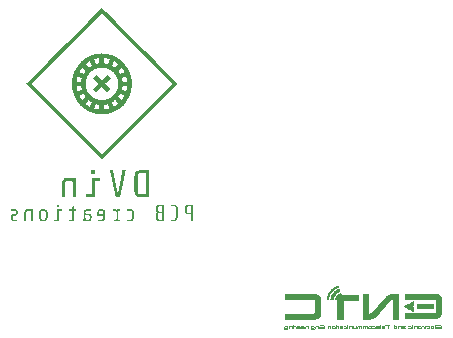
<source format=gbo>
G04*
G04 #@! TF.GenerationSoftware,Altium Limited,Altium Designer,23.4.1 (23)*
G04*
G04 Layer_Color=32896*
%FSLAX25Y25*%
%MOIN*%
G70*
G04*
G04 #@! TF.SameCoordinates,34C706FF-D981-4061-8AA4-72CC7803A1E3*
G04*
G04*
G04 #@! TF.FilePolarity,Positive*
G04*
G01*
G75*
G36*
X122582Y114890D02*
X122751D01*
Y114721D01*
X122920D01*
Y114552D01*
X123089D01*
Y114383D01*
X123258D01*
Y114214D01*
X123426D01*
Y114046D01*
X123595D01*
Y113877D01*
X123764D01*
Y113708D01*
X123933D01*
Y113539D01*
X124102D01*
Y113370D01*
X124270D01*
Y113201D01*
X124439D01*
Y113033D01*
X124608D01*
Y112864D01*
X124777D01*
Y112695D01*
X124946D01*
Y112526D01*
X125115D01*
Y112357D01*
X125283D01*
Y112188D01*
X125452D01*
Y112020D01*
X125621D01*
Y111851D01*
X125790D01*
Y111682D01*
X125959D01*
Y111513D01*
X126128D01*
Y111344D01*
X126296D01*
Y111176D01*
X126465D01*
Y111007D01*
X126634D01*
Y110838D01*
X126803D01*
Y110669D01*
X126972D01*
Y110500D01*
X127140D01*
Y110331D01*
X127309D01*
Y110163D01*
X127478D01*
Y109994D01*
X127647D01*
Y109825D01*
X127816D01*
Y109656D01*
X127984D01*
Y109487D01*
X128153D01*
Y109319D01*
X128322D01*
Y109150D01*
X128491D01*
Y108981D01*
X128660D01*
Y108812D01*
X128829D01*
Y108643D01*
X128997D01*
Y108475D01*
X129166D01*
Y108306D01*
X129335D01*
Y108137D01*
X129504D01*
Y107968D01*
X129673D01*
Y107799D01*
X129841D01*
Y107630D01*
X130010D01*
Y107462D01*
X130179D01*
Y107293D01*
X130348D01*
Y107124D01*
X130517D01*
Y106955D01*
X130686D01*
Y106786D01*
X130854D01*
Y106617D01*
X131023D01*
Y106449D01*
X131192D01*
Y106280D01*
X131361D01*
Y106111D01*
X131530D01*
Y105942D01*
X131699D01*
Y105773D01*
X131867D01*
Y105605D01*
X132036D01*
Y105436D01*
X132205D01*
Y105267D01*
X132374D01*
Y105098D01*
X132543D01*
Y104929D01*
X132711D01*
Y104761D01*
X132880D01*
Y104592D01*
X133049D01*
Y104423D01*
X133218D01*
Y104254D01*
X133387D01*
Y104085D01*
X133555D01*
Y103917D01*
X133724D01*
Y103748D01*
X133893D01*
Y103579D01*
X134062D01*
Y103410D01*
X134231D01*
Y103241D01*
X134400D01*
Y103072D01*
X134568D01*
Y102903D01*
X134737D01*
Y102735D01*
X134906D01*
Y102566D01*
X135075D01*
Y102397D01*
X135244D01*
Y102228D01*
X135413D01*
Y102059D01*
X135581D01*
Y101891D01*
X135750D01*
Y101722D01*
X135919D01*
Y101553D01*
X136088D01*
Y101384D01*
X136257D01*
Y101215D01*
X136425D01*
Y101047D01*
X136594D01*
Y100878D01*
X136763D01*
Y100709D01*
X136932D01*
Y100540D01*
X137101D01*
Y100371D01*
X137269D01*
Y100202D01*
X137438D01*
Y100034D01*
X137607D01*
Y99865D01*
X137776D01*
Y99696D01*
X137945D01*
Y99527D01*
X138114D01*
Y99358D01*
X138282D01*
Y99190D01*
X138451D01*
Y99021D01*
X138620D01*
Y98852D01*
X138789D01*
Y98683D01*
X138958D01*
Y98514D01*
X139127D01*
Y98346D01*
X139295D01*
Y98177D01*
X139464D01*
Y98008D01*
X139633D01*
Y97839D01*
X139802D01*
Y97670D01*
X139971D01*
Y97501D01*
X140139D01*
Y97333D01*
X140308D01*
Y97164D01*
X140477D01*
Y96995D01*
X140646D01*
Y96826D01*
X140815D01*
Y96657D01*
X140983D01*
Y96488D01*
X141152D01*
Y96320D01*
X141321D01*
Y96151D01*
X141490D01*
Y95982D01*
X141659D01*
Y95813D01*
X141828D01*
Y95644D01*
X141996D01*
Y95476D01*
X142165D01*
Y95307D01*
X142334D01*
Y95138D01*
X142503D01*
Y94969D01*
X142672D01*
Y94800D01*
X142841D01*
Y94631D01*
X143009D01*
Y94463D01*
X143178D01*
Y94294D01*
X143347D01*
Y94125D01*
X143516D01*
Y93956D01*
X143685D01*
Y93787D01*
X143853D01*
Y93619D01*
X144022D01*
Y93450D01*
X144191D01*
Y93281D01*
X144360D01*
Y93112D01*
X144529D01*
Y92943D01*
X144697D01*
Y92774D01*
X144866D01*
Y92606D01*
X145035D01*
Y92437D01*
X145204D01*
Y92268D01*
X145373D01*
Y92099D01*
X145542D01*
Y91930D01*
X145710D01*
Y91762D01*
X145879D01*
Y91593D01*
X146048D01*
Y91424D01*
X146217D01*
Y91255D01*
X146386D01*
Y91086D01*
X146555D01*
Y90917D01*
X146723D01*
Y90749D01*
X146892D01*
Y90580D01*
X147061D01*
Y90411D01*
X147230D01*
Y90242D01*
X147399D01*
Y90073D01*
X147567D01*
Y89736D01*
X147399D01*
Y89567D01*
X147230D01*
Y89398D01*
X147061D01*
Y89229D01*
X146892D01*
Y89060D01*
X146723D01*
Y88892D01*
X146555D01*
Y88723D01*
X146386D01*
Y88554D01*
X146217D01*
Y88385D01*
X146048D01*
Y88216D01*
X145879D01*
Y88048D01*
X145710D01*
Y87879D01*
X145542D01*
Y87710D01*
X145373D01*
Y87541D01*
X145204D01*
Y87372D01*
X145035D01*
Y87204D01*
X144866D01*
Y87035D01*
X144697D01*
Y86866D01*
X144529D01*
Y86697D01*
X144360D01*
Y86528D01*
X144191D01*
Y86359D01*
X144022D01*
Y86191D01*
X143853D01*
Y86022D01*
X143685D01*
Y85853D01*
X143516D01*
Y85684D01*
X143347D01*
Y85515D01*
X143178D01*
Y85347D01*
X143009D01*
Y85178D01*
X142841D01*
Y85009D01*
X142672D01*
Y84840D01*
X142503D01*
Y84671D01*
X142334D01*
Y84502D01*
X142165D01*
Y84334D01*
X141996D01*
Y84165D01*
X141828D01*
Y83996D01*
X141659D01*
Y83827D01*
X141490D01*
Y83658D01*
X141321D01*
Y83490D01*
X141152D01*
Y83321D01*
X140983D01*
Y83152D01*
X140815D01*
Y82983D01*
X140646D01*
Y82814D01*
X140477D01*
Y82645D01*
X140308D01*
Y82477D01*
X140139D01*
Y82308D01*
X139971D01*
Y82139D01*
X139802D01*
Y81970D01*
X139633D01*
Y81801D01*
X139464D01*
Y81633D01*
X139295D01*
Y81464D01*
X139127D01*
Y81295D01*
X138958D01*
Y81126D01*
X138789D01*
Y80957D01*
X138620D01*
Y80788D01*
X138451D01*
Y80620D01*
X138282D01*
Y80451D01*
X138114D01*
Y80282D01*
X137945D01*
Y80113D01*
X137776D01*
Y79944D01*
X137607D01*
Y79776D01*
X137438D01*
Y79607D01*
X137269D01*
Y79438D01*
X137101D01*
Y79269D01*
X136932D01*
Y79100D01*
X136763D01*
Y78931D01*
X136594D01*
Y78763D01*
X136425D01*
Y78594D01*
X136257D01*
Y78425D01*
X136088D01*
Y78256D01*
X135919D01*
Y78087D01*
X135750D01*
Y77918D01*
X135581D01*
Y77750D01*
X135413D01*
Y77581D01*
X135244D01*
Y77412D01*
X135075D01*
Y77243D01*
X134906D01*
Y77074D01*
X134737D01*
Y76906D01*
X134568D01*
Y76737D01*
X134400D01*
Y76568D01*
X134231D01*
Y76399D01*
X134062D01*
Y76230D01*
X133893D01*
Y76061D01*
X133724D01*
Y75893D01*
X133555D01*
Y75724D01*
X133387D01*
Y75555D01*
X133218D01*
Y75386D01*
X133049D01*
Y75217D01*
X132880D01*
Y75049D01*
X132711D01*
Y74880D01*
X132543D01*
Y74711D01*
X132374D01*
Y74542D01*
X132205D01*
Y74373D01*
X132036D01*
Y74204D01*
X131867D01*
Y74036D01*
X131699D01*
Y73867D01*
X131530D01*
Y73698D01*
X131361D01*
Y73529D01*
X131192D01*
Y73360D01*
X131023D01*
Y73192D01*
X130854D01*
Y73023D01*
X130686D01*
Y72854D01*
X130517D01*
Y72685D01*
X130348D01*
Y72516D01*
X130179D01*
Y72347D01*
X130010D01*
Y72179D01*
X129841D01*
Y72010D01*
X129673D01*
Y71841D01*
X129504D01*
Y71672D01*
X129335D01*
Y71503D01*
X129166D01*
Y71335D01*
X128997D01*
Y71166D01*
X128829D01*
Y70997D01*
X128660D01*
Y70828D01*
X128491D01*
Y70659D01*
X128322D01*
Y70490D01*
X128153D01*
Y70322D01*
X127984D01*
Y70153D01*
X127816D01*
Y69984D01*
X127647D01*
Y69815D01*
X127478D01*
Y69646D01*
X127309D01*
Y69478D01*
X127140D01*
Y69309D01*
X126972D01*
Y69140D01*
X126803D01*
Y68971D01*
X126634D01*
Y68802D01*
X126465D01*
Y68634D01*
X126296D01*
Y68465D01*
X126128D01*
Y68296D01*
X125959D01*
Y68127D01*
X125790D01*
Y67958D01*
X125621D01*
Y67789D01*
X125452D01*
Y67621D01*
X125283D01*
Y67452D01*
X125115D01*
Y67283D01*
X124946D01*
Y67114D01*
X124777D01*
Y66945D01*
X124608D01*
Y66777D01*
X124439D01*
Y66608D01*
X124270D01*
Y66439D01*
X124102D01*
Y66270D01*
X123933D01*
Y66101D01*
X123764D01*
Y65932D01*
X123595D01*
Y65764D01*
X123426D01*
Y65595D01*
X123258D01*
Y65426D01*
X123089D01*
Y65257D01*
X122920D01*
Y65088D01*
X122751D01*
Y64920D01*
X122582D01*
Y64751D01*
X122245D01*
Y64920D01*
X122076D01*
Y65088D01*
X121907D01*
Y65257D01*
X121738D01*
Y65426D01*
X121569D01*
Y65595D01*
X121401D01*
Y65764D01*
X121232D01*
Y65932D01*
X121063D01*
Y66101D01*
X120894D01*
Y66270D01*
X120725D01*
Y66439D01*
X120556D01*
Y66608D01*
X120388D01*
Y66777D01*
X120219D01*
Y66945D01*
X120050D01*
Y67114D01*
X119881D01*
Y67283D01*
X119712D01*
Y67452D01*
X119544D01*
Y67621D01*
X119375D01*
Y67789D01*
X119206D01*
Y67958D01*
X119037D01*
Y68127D01*
X118868D01*
Y68296D01*
X118700D01*
Y68465D01*
X118531D01*
Y68634D01*
X118362D01*
Y68802D01*
X118193D01*
Y68971D01*
X118024D01*
Y69140D01*
X117855D01*
Y69309D01*
X117687D01*
Y69478D01*
X117518D01*
Y69646D01*
X117349D01*
Y69815D01*
X117180D01*
Y69984D01*
X117011D01*
Y70153D01*
X116842D01*
Y70322D01*
X116674D01*
Y70490D01*
X116505D01*
Y70659D01*
X116336D01*
Y70828D01*
X116167D01*
Y70997D01*
X115998D01*
Y71166D01*
X115830D01*
Y71335D01*
X115661D01*
Y71503D01*
X115492D01*
Y71672D01*
X115323D01*
Y71841D01*
X115154D01*
Y72010D01*
X114986D01*
Y72179D01*
X114817D01*
Y72347D01*
X114648D01*
Y72516D01*
X114479D01*
Y72685D01*
X114310D01*
Y72854D01*
X114141D01*
Y73023D01*
X113973D01*
Y73192D01*
X113804D01*
Y73360D01*
X113635D01*
Y73529D01*
X113466D01*
Y73698D01*
X113297D01*
Y73867D01*
X113128D01*
Y74036D01*
X112960D01*
Y74204D01*
X112791D01*
Y74373D01*
X112622D01*
Y74542D01*
X112453D01*
Y74711D01*
X112284D01*
Y74880D01*
X112116D01*
Y75049D01*
X111947D01*
Y75217D01*
X111778D01*
Y75386D01*
X111609D01*
Y75555D01*
X111440D01*
Y75724D01*
X111272D01*
Y75893D01*
X111103D01*
Y76061D01*
X110934D01*
Y76230D01*
X110765D01*
Y76399D01*
X110596D01*
Y76568D01*
X110427D01*
Y76737D01*
X110259D01*
Y76906D01*
X110090D01*
Y77074D01*
X109921D01*
Y77243D01*
X109752D01*
Y77412D01*
X109583D01*
Y77581D01*
X109415D01*
Y77750D01*
X109246D01*
Y77918D01*
X109077D01*
Y78087D01*
X108908D01*
Y78256D01*
X108739D01*
Y78425D01*
X108571D01*
Y78594D01*
X108402D01*
Y78763D01*
X108233D01*
Y78931D01*
X108064D01*
Y79100D01*
X107895D01*
Y79269D01*
X107726D01*
Y79438D01*
X107558D01*
Y79607D01*
X107389D01*
Y79776D01*
X107220D01*
Y79944D01*
X107051D01*
Y80113D01*
X106882D01*
Y80282D01*
X106713D01*
Y80451D01*
X106545D01*
Y80620D01*
X106376D01*
Y80788D01*
X106207D01*
Y80957D01*
X106038D01*
Y81126D01*
X105869D01*
Y81295D01*
X105701D01*
Y81464D01*
X105532D01*
Y81633D01*
X105363D01*
Y81801D01*
X105194D01*
Y81970D01*
X105025D01*
Y82139D01*
X104857D01*
Y82308D01*
X104688D01*
Y82477D01*
X104519D01*
Y82645D01*
X104350D01*
Y82814D01*
X104181D01*
Y82983D01*
X104012D01*
Y83152D01*
X103844D01*
Y83321D01*
X103675D01*
Y83490D01*
X103506D01*
Y83658D01*
X103337D01*
Y83827D01*
X103168D01*
Y83996D01*
X102999D01*
Y84165D01*
X102831D01*
Y84334D01*
X102662D01*
Y84502D01*
X102493D01*
Y84671D01*
X102324D01*
Y84840D01*
X102155D01*
Y85009D01*
X101987D01*
Y85178D01*
X101818D01*
Y85347D01*
X101649D01*
Y85515D01*
X101480D01*
Y85684D01*
X101311D01*
Y85853D01*
X101143D01*
Y86022D01*
X100974D01*
Y86191D01*
X100805D01*
Y86359D01*
X100636D01*
Y86528D01*
X100467D01*
Y86697D01*
X100298D01*
Y86866D01*
X100130D01*
Y87035D01*
X99961D01*
Y87204D01*
X99792D01*
Y87372D01*
X99623D01*
Y87541D01*
X99454D01*
Y87710D01*
X99286D01*
Y87879D01*
X99117D01*
Y88048D01*
X98948D01*
Y88216D01*
X98779D01*
Y88385D01*
X98610D01*
Y88554D01*
X98441D01*
Y88723D01*
X98273D01*
Y88892D01*
X98104D01*
Y89060D01*
X97935D01*
Y89229D01*
X97766D01*
Y89398D01*
X97597D01*
Y89567D01*
X97429D01*
Y89736D01*
X97260D01*
Y90073D01*
X97429D01*
Y90242D01*
X97597D01*
Y90411D01*
X97766D01*
Y90580D01*
X97935D01*
Y90749D01*
X98104D01*
Y90917D01*
X98273D01*
Y91086D01*
X98441D01*
Y91255D01*
X98610D01*
Y91424D01*
X98779D01*
Y91593D01*
X98948D01*
Y91762D01*
X99117D01*
Y91930D01*
X99286D01*
Y92099D01*
X99454D01*
Y92268D01*
X99623D01*
Y92437D01*
X99792D01*
Y92606D01*
X99961D01*
Y92774D01*
X100130D01*
Y92943D01*
X100298D01*
Y93112D01*
X100467D01*
Y93281D01*
X100636D01*
Y93450D01*
X100805D01*
Y93619D01*
X100974D01*
Y93787D01*
X101143D01*
Y93956D01*
X101311D01*
Y94125D01*
X101480D01*
Y94294D01*
X101649D01*
Y94463D01*
X101818D01*
Y94631D01*
X101987D01*
Y94800D01*
X102155D01*
Y94969D01*
X102324D01*
Y95138D01*
X102493D01*
Y95307D01*
X102662D01*
Y95476D01*
X102831D01*
Y95644D01*
X102999D01*
Y95813D01*
X103168D01*
Y95982D01*
X103337D01*
Y96151D01*
X103506D01*
Y96320D01*
X103675D01*
Y96488D01*
X103844D01*
Y96657D01*
X104012D01*
Y96826D01*
X104181D01*
Y96995D01*
X104350D01*
Y97164D01*
X104519D01*
Y97333D01*
X104688D01*
Y97501D01*
X104857D01*
Y97670D01*
X105025D01*
Y97839D01*
X105194D01*
Y98008D01*
X105363D01*
Y98177D01*
X105532D01*
Y98346D01*
X105701D01*
Y98514D01*
X105869D01*
Y98683D01*
X106038D01*
Y98852D01*
X106207D01*
Y99021D01*
X106376D01*
Y99190D01*
X106545D01*
Y99358D01*
X106713D01*
Y99527D01*
X106882D01*
Y99696D01*
X107051D01*
Y99865D01*
X107220D01*
Y100034D01*
X107389D01*
Y100202D01*
X107558D01*
Y100371D01*
X107726D01*
Y100540D01*
X107895D01*
Y100709D01*
X108064D01*
Y100878D01*
X108233D01*
Y101047D01*
X108402D01*
Y101215D01*
X108571D01*
Y101384D01*
X108739D01*
Y101553D01*
X108908D01*
Y101722D01*
X109077D01*
Y101891D01*
X109246D01*
Y102059D01*
X109415D01*
Y102228D01*
X109583D01*
Y102397D01*
X109752D01*
Y102566D01*
X109921D01*
Y102735D01*
X110090D01*
Y102903D01*
X110259D01*
Y103072D01*
X110427D01*
Y103241D01*
X110596D01*
Y103410D01*
X110765D01*
Y103579D01*
X110934D01*
Y103748D01*
X111103D01*
Y103917D01*
X111272D01*
Y104085D01*
X111440D01*
Y104254D01*
X111609D01*
Y104423D01*
X111778D01*
Y104592D01*
X111947D01*
Y104761D01*
X112116D01*
Y104929D01*
X112284D01*
Y105098D01*
X112453D01*
Y105267D01*
X112622D01*
Y105436D01*
X112791D01*
Y105605D01*
X112960D01*
Y105773D01*
X113128D01*
Y105942D01*
X113297D01*
Y106111D01*
X113466D01*
Y106280D01*
X113635D01*
Y106449D01*
X113804D01*
Y106617D01*
X113973D01*
Y106786D01*
X114141D01*
Y106955D01*
X114310D01*
Y107124D01*
X114479D01*
Y107293D01*
X114648D01*
Y107462D01*
X114817D01*
Y107630D01*
X114986D01*
Y107799D01*
X115154D01*
Y107968D01*
X115323D01*
Y108137D01*
X115492D01*
Y108306D01*
X115661D01*
Y108475D01*
X115830D01*
Y108643D01*
X115998D01*
Y108812D01*
X116167D01*
Y108981D01*
X116336D01*
Y109150D01*
X116505D01*
Y109319D01*
X116674D01*
Y109487D01*
X116842D01*
Y109656D01*
X117011D01*
Y109825D01*
X117180D01*
Y109994D01*
X117349D01*
Y110163D01*
X117518D01*
Y110331D01*
X117687D01*
Y110500D01*
X117855D01*
Y110669D01*
X118024D01*
Y110838D01*
X118193D01*
Y111007D01*
X118362D01*
Y111176D01*
X118531D01*
Y111344D01*
X118700D01*
Y111513D01*
X118868D01*
Y111682D01*
X119037D01*
Y111851D01*
X119206D01*
Y112020D01*
X119375D01*
Y112188D01*
X119544D01*
Y112357D01*
X119712D01*
Y112526D01*
X119881D01*
Y112695D01*
X120050D01*
Y112864D01*
X120219D01*
Y113033D01*
X120388D01*
Y113201D01*
X120556D01*
Y113370D01*
X120725D01*
Y113539D01*
X120894D01*
Y113708D01*
X121063D01*
Y113877D01*
X121232D01*
Y114046D01*
X121401D01*
Y114214D01*
X121569D01*
Y114383D01*
X121738D01*
Y114552D01*
X121907D01*
Y114721D01*
X122076D01*
Y114890D01*
X122245D01*
Y115058D01*
X122582D01*
Y114890D01*
D02*
G37*
G36*
X120050Y59855D02*
X118868D01*
Y60530D01*
Y60699D01*
Y61037D01*
X120050D01*
Y59855D01*
D02*
G37*
G36*
X113804Y54790D02*
Y54622D01*
Y52089D01*
X112622D01*
Y57323D01*
X112453D01*
Y57491D01*
X110427D01*
Y57323D01*
X110259D01*
Y52089D01*
X109077D01*
Y56816D01*
X109246D01*
Y57491D01*
X109415D01*
Y57829D01*
X109583D01*
Y57998D01*
X109752D01*
Y58167D01*
X109921D01*
Y58336D01*
X110427D01*
Y58504D01*
X112284D01*
Y58336D01*
X112791D01*
Y58504D01*
X113804D01*
Y54790D01*
D02*
G37*
G36*
X130348Y60868D02*
X130179D01*
Y60024D01*
X130010D01*
Y59180D01*
X129841D01*
Y58504D01*
X129673D01*
Y57660D01*
X129504D01*
Y56816D01*
X129335D01*
Y55972D01*
X129166D01*
Y55128D01*
X128997D01*
Y54453D01*
X128829D01*
Y53609D01*
X128660D01*
Y52765D01*
X128491D01*
Y52089D01*
X126972D01*
Y52427D01*
X126803D01*
Y53271D01*
X126634D01*
Y54115D01*
X126465D01*
Y54790D01*
X126296D01*
Y55634D01*
X126128D01*
Y56310D01*
X125959D01*
Y57154D01*
X125790D01*
Y57829D01*
X125621D01*
Y58673D01*
X125452D01*
Y59348D01*
X125283D01*
Y60193D01*
X125115D01*
Y60868D01*
X124946D01*
Y61037D01*
X126128D01*
Y60193D01*
X126296D01*
Y59348D01*
X126465D01*
Y58504D01*
X126634D01*
Y57829D01*
X126803D01*
Y56985D01*
X126972D01*
Y56141D01*
X127140D01*
Y55297D01*
X127309D01*
Y54453D01*
X127478D01*
Y53777D01*
X127647D01*
Y53440D01*
X127816D01*
Y54115D01*
X127984D01*
Y55128D01*
X128153D01*
Y55466D01*
Y55634D01*
Y55972D01*
X128322D01*
Y56816D01*
X128491D01*
Y57660D01*
X128660D01*
Y58504D01*
X128829D01*
Y59348D01*
X128997D01*
Y60361D01*
X129166D01*
Y61037D01*
X130348D01*
Y60868D01*
D02*
G37*
G36*
X137945Y52089D02*
X134568D01*
Y52258D01*
X134062D01*
Y52427D01*
X133893D01*
Y52596D01*
X133724D01*
Y52765D01*
X133555D01*
Y53102D01*
X133387D01*
Y53946D01*
X133218D01*
Y54453D01*
Y54622D01*
Y59180D01*
X133387D01*
Y60024D01*
X133555D01*
Y60361D01*
X133724D01*
Y60530D01*
X133893D01*
Y60699D01*
X134231D01*
Y60868D01*
X134737D01*
Y61037D01*
X137945D01*
Y52089D01*
D02*
G37*
G36*
X121907Y57660D02*
X121738D01*
Y57491D01*
X120050D01*
Y52089D01*
X117180D01*
Y52934D01*
Y53102D01*
X119037D01*
Y58504D01*
X121907D01*
Y57660D01*
D02*
G37*
G36*
X108064Y48882D02*
X107389D01*
Y49220D01*
Y49388D01*
Y49557D01*
X108064D01*
Y48882D01*
D02*
G37*
G36*
X128322Y47531D02*
X127816D01*
Y44661D01*
X128322D01*
Y44155D01*
X126465D01*
Y44661D01*
X127140D01*
Y44830D01*
X127309D01*
Y47025D01*
X127140D01*
Y47363D01*
X126803D01*
Y47531D01*
X125959D01*
Y48038D01*
X126972D01*
Y47869D01*
X127309D01*
Y48038D01*
X128322D01*
Y47531D01*
D02*
G37*
G36*
X99454Y44155D02*
X98779D01*
Y47363D01*
X98441D01*
Y47531D01*
X97597D01*
Y47363D01*
X97429D01*
Y47194D01*
X97260D01*
Y44155D01*
X96584D01*
Y47025D01*
X96753D01*
Y47531D01*
X96922D01*
Y47700D01*
X97091D01*
Y47869D01*
X97260D01*
Y48038D01*
X98610D01*
Y47869D01*
X98779D01*
Y48038D01*
X99454D01*
Y44155D01*
D02*
G37*
G36*
X152801D02*
X152126D01*
Y46350D01*
X150606D01*
Y46518D01*
X150268D01*
Y46687D01*
X150100D01*
Y49051D01*
X150268D01*
Y49220D01*
X150437D01*
Y49388D01*
X150775D01*
Y49557D01*
X152801D01*
Y44155D01*
D02*
G37*
G36*
X146892Y49388D02*
X147230D01*
Y49220D01*
X147399D01*
Y49051D01*
X147567D01*
Y48713D01*
X147736D01*
Y44999D01*
X147567D01*
Y44661D01*
X147399D01*
Y44493D01*
X147230D01*
Y44324D01*
X146892D01*
Y44155D01*
X145373D01*
Y44661D01*
X146723D01*
Y44830D01*
X146892D01*
Y44999D01*
X147061D01*
Y48713D01*
X146892D01*
Y48882D01*
X146723D01*
Y49051D01*
X145373D01*
Y49557D01*
X146892D01*
Y49388D01*
D02*
G37*
G36*
X143009Y45843D02*
Y45674D01*
Y44155D01*
X140983D01*
Y44324D01*
X140646D01*
Y44493D01*
X140477D01*
Y44661D01*
X140308D01*
Y46687D01*
X140477D01*
Y46856D01*
X140646D01*
Y47194D01*
X140477D01*
Y47531D01*
X140308D01*
Y48713D01*
X140477D01*
Y49220D01*
X140646D01*
Y49388D01*
X140983D01*
Y49557D01*
X143009D01*
Y45843D01*
D02*
G37*
G36*
X132374Y47869D02*
X132711D01*
Y47700D01*
X132880D01*
Y47363D01*
X133049D01*
Y44830D01*
X132880D01*
Y44493D01*
X132711D01*
Y44324D01*
X132374D01*
Y44155D01*
X130854D01*
Y44661D01*
X132036D01*
Y44830D01*
X132374D01*
Y45168D01*
X132543D01*
Y46518D01*
Y46687D01*
Y47025D01*
X132374D01*
Y47363D01*
X132036D01*
Y47531D01*
X130854D01*
Y48038D01*
X132374D01*
Y47869D01*
D02*
G37*
G36*
X122920D02*
X123258D01*
Y47700D01*
X123426D01*
Y47363D01*
X123595D01*
Y45168D01*
Y44999D01*
X123426D01*
Y44493D01*
X123258D01*
Y44324D01*
X122920D01*
Y44155D01*
X121232D01*
Y44661D01*
X122582D01*
Y44830D01*
X122920D01*
Y45843D01*
X120894D01*
Y47194D01*
X121063D01*
Y47700D01*
X121232D01*
Y47869D01*
X121569D01*
Y48038D01*
X122920D01*
Y47869D01*
D02*
G37*
G36*
X118700Y47531D02*
X117349D01*
Y47363D01*
X117011D01*
Y47025D01*
X116842D01*
Y46687D01*
X117011D01*
Y46518D01*
X118531D01*
Y46350D01*
X118700D01*
Y46181D01*
X118868D01*
Y45674D01*
X119037D01*
Y44999D01*
X118868D01*
Y44493D01*
X118700D01*
Y44324D01*
X118362D01*
Y44155D01*
X117011D01*
Y44324D01*
X116505D01*
Y44155D01*
X115998D01*
Y44661D01*
X116167D01*
Y44830D01*
X116336D01*
Y47531D01*
X116505D01*
Y47700D01*
X116674D01*
Y47869D01*
X117011D01*
Y48038D01*
X118700D01*
Y47531D01*
D02*
G37*
G36*
X112960Y48882D02*
X113128D01*
Y48375D01*
Y48206D01*
Y48038D01*
X113804D01*
Y47531D01*
X113128D01*
Y44661D01*
X112960D01*
Y44324D01*
X112622D01*
Y44155D01*
X111440D01*
Y44661D01*
X112284D01*
Y44830D01*
X112453D01*
Y47531D01*
X111440D01*
Y48038D01*
X112453D01*
Y48882D01*
X112622D01*
Y49051D01*
X112960D01*
Y48882D01*
D02*
G37*
G36*
X109077Y47531D02*
X108064D01*
Y47025D01*
Y46856D01*
Y44155D01*
X106376D01*
Y44661D01*
X107389D01*
Y48038D01*
X109077D01*
Y47531D01*
D02*
G37*
G36*
X103506Y47869D02*
X103844D01*
Y47700D01*
X104012D01*
Y47531D01*
X104181D01*
Y47194D01*
X104350D01*
Y45168D01*
Y44999D01*
X104181D01*
Y44661D01*
X104012D01*
Y44493D01*
X103844D01*
Y44324D01*
X103506D01*
Y44155D01*
X102155D01*
Y44324D01*
X101818D01*
Y44493D01*
X101649D01*
Y44830D01*
X101480D01*
Y47363D01*
X101649D01*
Y47700D01*
X101818D01*
Y47869D01*
X102155D01*
Y48038D01*
X103506D01*
Y47869D01*
D02*
G37*
G36*
X93714D02*
X94052D01*
Y47700D01*
X94221D01*
Y47363D01*
X94390D01*
Y47194D01*
Y46518D01*
X94221D01*
Y46181D01*
X94052D01*
Y46012D01*
X93714D01*
Y45843D01*
X92702D01*
Y44830D01*
X92870D01*
Y44661D01*
X94221D01*
Y44155D01*
X92702D01*
Y44324D01*
X92364D01*
Y44493D01*
X92195D01*
Y44661D01*
X92026D01*
Y45843D01*
X92195D01*
Y46181D01*
X92364D01*
Y46350D01*
X93546D01*
Y46518D01*
X93714D01*
Y47363D01*
X93377D01*
Y47531D01*
X92195D01*
Y48038D01*
X93714D01*
Y47869D01*
D02*
G37*
G36*
X201248Y22592D02*
X201162D01*
Y22620D01*
X201248D01*
Y22592D01*
D02*
G37*
G36*
X201162Y22563D02*
X201276D01*
Y22535D01*
X201191D01*
Y22506D01*
X201248D01*
Y22478D01*
X201276D01*
Y22449D01*
X201248D01*
Y22421D01*
X201305D01*
Y22335D01*
X201362D01*
Y22307D01*
X201333D01*
Y22250D01*
X201391D01*
Y22221D01*
X201362D01*
Y22193D01*
X201419D01*
Y22164D01*
X201391D01*
Y22107D01*
X201419D01*
Y22021D01*
X201448D01*
Y21936D01*
X201419D01*
Y21907D01*
X201391D01*
Y21936D01*
X201362D01*
Y21907D01*
X201333D01*
Y21936D01*
X201305D01*
Y21907D01*
X201333D01*
Y21879D01*
X201362D01*
Y21850D01*
X201333D01*
Y21879D01*
X201248D01*
Y21907D01*
X201220D01*
Y21879D01*
X201248D01*
Y21850D01*
X201276D01*
Y21822D01*
X201248D01*
Y21850D01*
X201162D01*
Y21879D01*
X201134D01*
Y21850D01*
X201162D01*
Y21822D01*
X201077D01*
Y21850D01*
X201048D01*
Y21822D01*
X201077D01*
Y21793D01*
X201020D01*
Y21765D01*
X200963D01*
Y21736D01*
X200906D01*
Y21765D01*
X200849D01*
Y21736D01*
X200906D01*
Y21708D01*
X200820D01*
Y21736D01*
X200792D01*
Y21708D01*
X200820D01*
Y21679D01*
X200792D01*
Y21708D01*
X200735D01*
Y21679D01*
X200649D01*
Y21651D01*
X200678D01*
Y21622D01*
X200649D01*
Y21651D01*
X200621D01*
Y21594D01*
X200592D01*
Y21622D01*
X200564D01*
Y21565D01*
X200592D01*
Y21537D01*
X200564D01*
Y21565D01*
X200535D01*
Y21594D01*
X200506D01*
Y21537D01*
X200535D01*
Y21508D01*
X200506D01*
Y21537D01*
X200449D01*
Y21565D01*
X200421D01*
Y21537D01*
X200449D01*
Y21508D01*
X200478D01*
Y21480D01*
X200449D01*
Y21508D01*
X200392D01*
Y21537D01*
X200364D01*
Y21508D01*
X200392D01*
Y21480D01*
X200421D01*
Y21451D01*
X200392D01*
Y21480D01*
X200335D01*
Y21451D01*
X200364D01*
Y21423D01*
X200335D01*
Y21451D01*
X200307D01*
Y21480D01*
X200278D01*
Y21451D01*
X200307D01*
Y21423D01*
X200250D01*
Y21451D01*
X200221D01*
Y21423D01*
X200250D01*
Y21394D01*
X200193D01*
Y21337D01*
X200107D01*
Y21280D01*
X200079D01*
Y21337D01*
X200050D01*
Y21280D01*
X199965D01*
Y21223D01*
X199993D01*
Y21194D01*
X199965D01*
Y21166D01*
X199936D01*
Y21137D01*
X199908D01*
Y21194D01*
X199879D01*
Y21166D01*
X199851D01*
Y21137D01*
X199765D01*
Y21052D01*
X199736D01*
Y21023D01*
X199708D01*
Y20995D01*
X199679D01*
Y21023D01*
X199651D01*
Y20995D01*
X199679D01*
Y20966D01*
X199651D01*
Y20995D01*
X199594D01*
Y20966D01*
X199651D01*
Y20938D01*
X199594D01*
Y20909D01*
X199565D01*
Y20938D01*
X199537D01*
Y20909D01*
X199508D01*
Y20881D01*
X199480D01*
Y20852D01*
X199451D01*
Y20824D01*
X199423D01*
Y20795D01*
X199394D01*
Y20767D01*
X199366D01*
Y20738D01*
X199394D01*
Y20710D01*
X199366D01*
Y20738D01*
X199337D01*
Y20710D01*
X199366D01*
Y20681D01*
X199337D01*
Y20710D01*
X199309D01*
Y20681D01*
X199337D01*
Y20652D01*
X199309D01*
Y20681D01*
X199280D01*
Y20652D01*
X199309D01*
Y20624D01*
X199280D01*
Y20652D01*
X199252D01*
Y20624D01*
X199280D01*
Y20595D01*
X199252D01*
Y20567D01*
X199223D01*
Y20538D01*
X199195D01*
Y20510D01*
X199166D01*
Y20481D01*
X199109D01*
Y20453D01*
X199081D01*
Y20424D01*
X199138D01*
Y20396D01*
X199109D01*
Y20367D01*
X199081D01*
Y20424D01*
X199052D01*
Y20396D01*
X199023D01*
Y20367D01*
X198995D01*
Y20310D01*
X198967D01*
Y20196D01*
X198938D01*
Y20168D01*
X198909D01*
Y20139D01*
X198881D01*
Y20111D01*
X198852D01*
Y20139D01*
X198824D01*
Y20111D01*
X198852D01*
Y20082D01*
X198824D01*
Y20025D01*
X198795D01*
Y20054D01*
X198767D01*
Y20025D01*
X198795D01*
Y19997D01*
X198824D01*
Y19968D01*
X198795D01*
Y19997D01*
X198767D01*
Y19940D01*
X198795D01*
Y19911D01*
X198767D01*
Y19883D01*
X198738D01*
Y19911D01*
X198710D01*
Y19854D01*
X198738D01*
Y19826D01*
X198710D01*
Y19854D01*
X198653D01*
Y19826D01*
X198681D01*
Y19797D01*
X198710D01*
Y19769D01*
X198681D01*
Y19797D01*
X198624D01*
Y19769D01*
X198653D01*
Y19740D01*
X198624D01*
Y19683D01*
X198596D01*
Y19711D01*
X198567D01*
Y19683D01*
X198596D01*
Y19626D01*
X198567D01*
Y19654D01*
X198539D01*
Y19626D01*
X198567D01*
Y19569D01*
X198539D01*
Y19597D01*
X198510D01*
Y19569D01*
X198539D01*
Y19483D01*
X198510D01*
Y19540D01*
X198482D01*
Y19483D01*
X198510D01*
Y19426D01*
X198482D01*
Y19455D01*
X198453D01*
Y19426D01*
X198482D01*
Y19369D01*
X198453D01*
Y19312D01*
X198425D01*
Y19255D01*
X198396D01*
Y19284D01*
X198368D01*
Y19255D01*
X198396D01*
Y19170D01*
X198425D01*
Y19141D01*
X198396D01*
Y19170D01*
X198368D01*
Y19198D01*
X198339D01*
Y19170D01*
X198368D01*
Y19084D01*
X198396D01*
Y19056D01*
X198368D01*
Y19084D01*
X198339D01*
Y19113D01*
X198310D01*
Y19084D01*
X198339D01*
Y19056D01*
X198310D01*
Y19027D01*
X198339D01*
Y18999D01*
X198368D01*
Y18970D01*
X198339D01*
Y18999D01*
X198310D01*
Y18970D01*
X198282D01*
Y18941D01*
X198310D01*
Y18913D01*
X198282D01*
Y18884D01*
X198254D01*
Y18799D01*
X198225D01*
Y18685D01*
X198196D01*
Y18628D01*
X198225D01*
Y18599D01*
X198196D01*
Y18571D01*
X198168D01*
Y18485D01*
X198196D01*
Y18285D01*
X198168D01*
Y18400D01*
X198139D01*
Y18285D01*
X198168D01*
Y18029D01*
X198139D01*
Y18171D01*
X198111D01*
Y18029D01*
X198139D01*
Y17744D01*
X197398D01*
Y17772D01*
X197369D01*
Y18200D01*
X197398D01*
Y18000D01*
X197426D01*
Y18200D01*
X197398D01*
Y18457D01*
X197426D01*
Y18342D01*
X197455D01*
Y18457D01*
X197426D01*
Y18628D01*
X197455D01*
Y18770D01*
X197484D01*
Y18884D01*
X197512D01*
Y18970D01*
X197484D01*
Y18999D01*
X197540D01*
Y19084D01*
X197569D01*
Y19170D01*
X197598D01*
Y19255D01*
X197569D01*
Y19284D01*
X197626D01*
Y19341D01*
X197598D01*
Y19369D01*
X197655D01*
Y19398D01*
X197626D01*
Y19426D01*
X197712D01*
Y19455D01*
X197683D01*
Y19483D01*
X197655D01*
Y19512D01*
X197740D01*
Y19540D01*
X197712D01*
Y19569D01*
X197769D01*
Y19597D01*
X197740D01*
Y19626D01*
X197797D01*
Y19654D01*
X197769D01*
Y19683D01*
X197826D01*
Y19740D01*
X197797D01*
Y19797D01*
X197826D01*
Y19854D01*
X197854D01*
Y19911D01*
X197883D01*
Y19968D01*
X197911D01*
Y20025D01*
X197940D01*
Y20082D01*
X197968D01*
Y20111D01*
X197940D01*
Y20139D01*
X197968D01*
Y20168D01*
X197997D01*
Y20139D01*
X198025D01*
Y20196D01*
X197997D01*
Y20225D01*
X198025D01*
Y20196D01*
X198054D01*
Y20253D01*
X198025D01*
Y20282D01*
X198054D01*
Y20310D01*
X198082D01*
Y20282D01*
X198139D01*
Y20310D01*
X198111D01*
Y20339D01*
X198168D01*
Y20367D01*
X198139D01*
Y20396D01*
X198168D01*
Y20367D01*
X198196D01*
Y20396D01*
X198168D01*
Y20424D01*
X198225D01*
Y20453D01*
X198196D01*
Y20481D01*
X198225D01*
Y20453D01*
X198254D01*
Y20481D01*
X198225D01*
Y20538D01*
X198254D01*
Y20510D01*
X198282D01*
Y20538D01*
X198254D01*
Y20567D01*
X198282D01*
Y20538D01*
X198310D01*
Y20567D01*
X198282D01*
Y20595D01*
X198310D01*
Y20652D01*
X198339D01*
Y20624D01*
X198368D01*
Y20652D01*
X198339D01*
Y20681D01*
X198368D01*
Y20710D01*
X198396D01*
Y20767D01*
X198425D01*
Y20795D01*
X198453D01*
Y20824D01*
X198482D01*
Y20852D01*
X198567D01*
Y20909D01*
X198539D01*
Y20881D01*
X198482D01*
Y20909D01*
X198510D01*
Y20938D01*
X198539D01*
Y20966D01*
X198567D01*
Y20995D01*
X198624D01*
Y21023D01*
X198653D01*
Y21052D01*
X198681D01*
Y21109D01*
X198710D01*
Y21137D01*
X198738D01*
Y21166D01*
X198767D01*
Y21194D01*
X198795D01*
Y21223D01*
X198824D01*
Y21251D01*
X198852D01*
Y21194D01*
X198881D01*
Y21223D01*
X198909D01*
Y21251D01*
X198938D01*
Y21280D01*
X198967D01*
Y21308D01*
X198995D01*
Y21337D01*
X198938D01*
Y21308D01*
X198909D01*
Y21280D01*
X198881D01*
Y21251D01*
X198852D01*
Y21308D01*
X198881D01*
Y21337D01*
X198909D01*
Y21365D01*
X198967D01*
Y21394D01*
X198995D01*
Y21423D01*
X199052D01*
Y21451D01*
X199081D01*
Y21480D01*
X199109D01*
Y21508D01*
X199138D01*
Y21537D01*
X199195D01*
Y21565D01*
X199223D01*
Y21594D01*
X199252D01*
Y21622D01*
X199280D01*
Y21594D01*
X199337D01*
Y21622D01*
X199280D01*
Y21651D01*
X199337D01*
Y21679D01*
X199366D01*
Y21651D01*
X199394D01*
Y21679D01*
X199366D01*
Y21736D01*
X199451D01*
Y21765D01*
X199480D01*
Y21736D01*
X199508D01*
Y21765D01*
X199480D01*
Y21793D01*
X199508D01*
Y21765D01*
X199537D01*
Y21793D01*
X199508D01*
Y21822D01*
X199565D01*
Y21793D01*
X199594D01*
Y21822D01*
X199565D01*
Y21850D01*
X199594D01*
Y21907D01*
X199622D01*
Y21936D01*
X199651D01*
Y21907D01*
X199679D01*
Y21964D01*
X199708D01*
Y21936D01*
X199736D01*
Y21907D01*
X199765D01*
Y21936D01*
X199736D01*
Y21964D01*
X199794D01*
Y21936D01*
X199822D01*
Y21964D01*
X199794D01*
Y21993D01*
X199851D01*
Y21964D01*
X199879D01*
Y21993D01*
X199851D01*
Y22021D01*
X199879D01*
Y21993D01*
X199908D01*
Y22021D01*
X199879D01*
Y22050D01*
X199936D01*
Y22021D01*
X199965D01*
Y22050D01*
X199936D01*
Y22079D01*
X199993D01*
Y22050D01*
X200022D01*
Y22079D01*
X199993D01*
Y22107D01*
X200022D01*
Y22164D01*
X200079D01*
Y22193D01*
X200136D01*
Y22221D01*
X200193D01*
Y22250D01*
X200250D01*
Y22278D01*
X200335D01*
Y22307D01*
X200392D01*
Y22335D01*
X200478D01*
Y22364D01*
X200506D01*
Y22392D01*
X200564D01*
Y22421D01*
X200678D01*
Y22449D01*
X200763D01*
Y22478D01*
X200820D01*
Y22506D01*
X200906D01*
Y22535D01*
X200963D01*
Y22563D01*
X201048D01*
Y22592D01*
X201162D01*
Y22563D01*
D02*
G37*
G36*
X201590Y21537D02*
X201533D01*
Y21508D01*
X201647D01*
Y21480D01*
X201619D01*
Y21451D01*
X201590D01*
Y21423D01*
X201676D01*
Y21394D01*
X201647D01*
Y21337D01*
X201704D01*
Y21308D01*
X201647D01*
Y21280D01*
X201704D01*
Y21251D01*
X201647D01*
Y21223D01*
X201704D01*
Y21194D01*
X201733D01*
Y21166D01*
X201676D01*
Y21137D01*
X201790D01*
Y21109D01*
X201761D01*
Y21052D01*
X201818D01*
Y21023D01*
X201790D01*
Y20966D01*
X201847D01*
Y20938D01*
X201818D01*
Y20881D01*
X201847D01*
Y20824D01*
X201875D01*
Y20738D01*
X201904D01*
Y20652D01*
X201932D01*
Y20567D01*
X201961D01*
Y20510D01*
X201904D01*
Y20481D01*
X201818D01*
Y20453D01*
X201761D01*
Y20481D01*
X201733D01*
Y20453D01*
X201704D01*
Y20481D01*
X201676D01*
Y20453D01*
X201619D01*
Y20424D01*
X201562D01*
Y20396D01*
X201505D01*
Y20339D01*
X201476D01*
Y20367D01*
X201448D01*
Y20339D01*
X201419D01*
Y20310D01*
X201362D01*
Y20282D01*
X201391D01*
Y20253D01*
X201362D01*
Y20282D01*
X201305D01*
Y20253D01*
X201333D01*
Y20225D01*
X201305D01*
Y20196D01*
X201276D01*
Y20225D01*
X201220D01*
Y20253D01*
X201191D01*
Y20225D01*
X201220D01*
Y20196D01*
X201248D01*
Y20168D01*
X201220D01*
Y20196D01*
X201162D01*
Y20225D01*
X201134D01*
Y20196D01*
X201162D01*
Y20168D01*
X201134D01*
Y20196D01*
X201105D01*
Y20168D01*
X201134D01*
Y20139D01*
X201077D01*
Y20168D01*
X201048D01*
Y20139D01*
X201077D01*
Y20111D01*
X201020D01*
Y20082D01*
X200991D01*
Y20111D01*
X200963D01*
Y20082D01*
X200991D01*
Y20025D01*
X200963D01*
Y20082D01*
X200934D01*
Y20025D01*
X200906D01*
Y19997D01*
X200934D01*
Y19968D01*
X200906D01*
Y19940D01*
X200877D01*
Y20025D01*
X200849D01*
Y19997D01*
X200820D01*
Y19940D01*
X200849D01*
Y19911D01*
X200820D01*
Y19883D01*
X200792D01*
Y19854D01*
X200763D01*
Y19826D01*
X200735D01*
Y19911D01*
X200706D01*
Y19883D01*
X200678D01*
Y19854D01*
X200706D01*
Y19826D01*
X200649D01*
Y19797D01*
X200621D01*
Y19740D01*
X200592D01*
Y19711D01*
X200535D01*
Y19683D01*
X200506D01*
Y19654D01*
X200478D01*
Y19626D01*
X200421D01*
Y19597D01*
X200392D01*
Y19569D01*
X200449D01*
Y19597D01*
X200506D01*
Y19569D01*
X200478D01*
Y19540D01*
X200449D01*
Y19512D01*
X200421D01*
Y19483D01*
X200392D01*
Y19455D01*
X200364D01*
Y19483D01*
X200307D01*
Y19455D01*
X200335D01*
Y19426D01*
X200364D01*
Y19398D01*
X200335D01*
Y19426D01*
X200307D01*
Y19455D01*
X200278D01*
Y19426D01*
X200307D01*
Y19398D01*
X200278D01*
Y19312D01*
X200221D01*
Y19341D01*
X200193D01*
Y19312D01*
X200221D01*
Y19255D01*
X200193D01*
Y19284D01*
X200164D01*
Y19255D01*
X200193D01*
Y19227D01*
X200164D01*
Y19255D01*
X200136D01*
Y19227D01*
X200164D01*
Y19170D01*
X200136D01*
Y19198D01*
X200107D01*
Y19170D01*
X200136D01*
Y19141D01*
X200164D01*
Y19113D01*
X200136D01*
Y19141D01*
X200107D01*
Y19170D01*
X200079D01*
Y19141D01*
X200107D01*
Y19084D01*
X200136D01*
Y19056D01*
X200107D01*
Y19084D01*
X200079D01*
Y19113D01*
X200050D01*
Y19084D01*
X200079D01*
Y19027D01*
X200107D01*
Y18999D01*
X200079D01*
Y19027D01*
X200050D01*
Y18970D01*
X200079D01*
Y18941D01*
X200050D01*
Y18970D01*
X199993D01*
Y18941D01*
X200022D01*
Y18913D01*
X199965D01*
Y18884D01*
X199993D01*
Y18856D01*
X199936D01*
Y18799D01*
X199908D01*
Y18713D01*
X199879D01*
Y18656D01*
X199851D01*
Y18599D01*
X199879D01*
Y18571D01*
X199851D01*
Y18542D01*
X199879D01*
Y18485D01*
X199851D01*
Y18400D01*
X199822D01*
Y18457D01*
X199794D01*
Y18400D01*
X199822D01*
Y18257D01*
X199794D01*
Y18342D01*
X199765D01*
Y18257D01*
X199794D01*
Y18086D01*
X199765D01*
Y17772D01*
X199736D01*
Y17744D01*
X198596D01*
Y17772D01*
X198567D01*
Y17801D01*
X198596D01*
Y17772D01*
X198624D01*
Y17801D01*
X198596D01*
Y17943D01*
X198567D01*
Y17972D01*
X198596D01*
Y18057D01*
X198624D01*
Y18228D01*
X198596D01*
Y18285D01*
X198624D01*
Y18314D01*
X198653D01*
Y18428D01*
X198624D01*
Y18571D01*
X198653D01*
Y18485D01*
X198681D01*
Y18571D01*
X198653D01*
Y18685D01*
X198681D01*
Y18770D01*
X198710D01*
Y18742D01*
X198738D01*
Y18770D01*
X198710D01*
Y18884D01*
X198738D01*
Y18970D01*
X198767D01*
Y19027D01*
X198795D01*
Y19113D01*
X198824D01*
Y19198D01*
X198852D01*
Y19255D01*
X198881D01*
Y19284D01*
X198852D01*
Y19312D01*
X198909D01*
Y19341D01*
X198881D01*
Y19369D01*
X198938D01*
Y19398D01*
X198909D01*
Y19426D01*
X198938D01*
Y19398D01*
X198967D01*
Y19455D01*
X198938D01*
Y19483D01*
X198967D01*
Y19455D01*
X199023D01*
Y19483D01*
X198995D01*
Y19512D01*
X199052D01*
Y19540D01*
X199023D01*
Y19569D01*
X199081D01*
Y19597D01*
X199052D01*
Y19654D01*
X199081D01*
Y19626D01*
X199109D01*
Y19654D01*
X199081D01*
Y19711D01*
X199109D01*
Y19683D01*
X199138D01*
Y19711D01*
X199109D01*
Y19740D01*
X199138D01*
Y19711D01*
X199166D01*
Y19740D01*
X199138D01*
Y19797D01*
X199166D01*
Y19769D01*
X199195D01*
Y19797D01*
X199166D01*
Y19826D01*
X199195D01*
Y19883D01*
X199223D01*
Y19911D01*
X199252D01*
Y19968D01*
X199280D01*
Y19997D01*
X199366D01*
Y20054D01*
X199337D01*
Y20025D01*
X199309D01*
Y20082D01*
X199337D01*
Y20111D01*
X199366D01*
Y20139D01*
X199423D01*
Y20111D01*
X199451D01*
Y20139D01*
X199480D01*
Y20196D01*
X199451D01*
Y20225D01*
X199480D01*
Y20253D01*
X199508D01*
Y20282D01*
X199537D01*
Y20339D01*
X199594D01*
Y20310D01*
X199622D01*
Y20339D01*
X199594D01*
Y20367D01*
X199622D01*
Y20339D01*
X199651D01*
Y20367D01*
X199622D01*
Y20424D01*
X199679D01*
Y20396D01*
X199708D01*
Y20424D01*
X199679D01*
Y20510D01*
X199708D01*
Y20538D01*
X199736D01*
Y20567D01*
X199765D01*
Y20595D01*
X199794D01*
Y20624D01*
X199822D01*
Y20652D01*
X199908D01*
Y20681D01*
X199936D01*
Y20710D01*
X199965D01*
Y20738D01*
X199993D01*
Y20767D01*
X200050D01*
Y20795D01*
X200079D01*
Y20824D01*
X200107D01*
Y20852D01*
X200136D01*
Y20795D01*
X200164D01*
Y20824D01*
X200193D01*
Y20852D01*
X200136D01*
Y20881D01*
X200164D01*
Y20909D01*
X200193D01*
Y20938D01*
X200250D01*
Y20966D01*
X200307D01*
Y20938D01*
X200364D01*
Y20995D01*
X200335D01*
Y21023D01*
X200392D01*
Y21052D01*
X200449D01*
Y21109D01*
X200478D01*
Y21137D01*
X200506D01*
Y21109D01*
X200535D01*
Y21080D01*
X200564D01*
Y21109D01*
X200535D01*
Y21166D01*
X200592D01*
Y21194D01*
X200649D01*
Y21223D01*
X200735D01*
Y21251D01*
X200792D01*
Y21280D01*
X200849D01*
Y21308D01*
X200877D01*
Y21337D01*
X200934D01*
Y21365D01*
X200991D01*
Y21394D01*
X201048D01*
Y21423D01*
X201162D01*
Y21451D01*
X201220D01*
Y21394D01*
X201248D01*
Y21451D01*
X201220D01*
Y21480D01*
X201276D01*
Y21508D01*
X201333D01*
Y21537D01*
X201419D01*
Y21565D01*
X201533D01*
Y21594D01*
X201590D01*
Y21537D01*
D02*
G37*
G36*
X199822Y21080D02*
X199794D01*
Y21109D01*
X199822D01*
Y21080D01*
D02*
G37*
G36*
X200335Y20966D02*
X200307D01*
Y20995D01*
X200335D01*
Y20966D01*
D02*
G37*
G36*
X201704Y20396D02*
X201676D01*
Y20424D01*
X201704D01*
Y20396D01*
D02*
G37*
G36*
X201619Y20367D02*
X201590D01*
Y20396D01*
X201619D01*
Y20367D01*
D02*
G37*
G36*
X199052Y20310D02*
X199023D01*
Y20339D01*
X199052D01*
Y20310D01*
D02*
G37*
G36*
X199451Y20168D02*
X199394D01*
Y20196D01*
X199451D01*
Y20168D01*
D02*
G37*
G36*
X221553Y15719D02*
X222694D01*
Y17401D01*
X222837D01*
Y17373D01*
X222894D01*
Y17344D01*
X222865D01*
Y15633D01*
X222894D01*
Y15719D01*
X222922D01*
Y15747D01*
X222979D01*
Y15776D01*
X223036D01*
Y15804D01*
X223065D01*
Y15776D01*
X223093D01*
Y15833D01*
X223122D01*
Y15804D01*
X223150D01*
Y15833D01*
X223207D01*
Y15861D01*
X223264D01*
Y15890D01*
X223322D01*
Y15918D01*
X223378D01*
Y15947D01*
X223407D01*
Y15976D01*
X223464D01*
Y16004D01*
X223521D01*
Y16033D01*
X223578D01*
Y16061D01*
X223635D01*
Y16090D01*
X223692D01*
Y16118D01*
X223749D01*
Y16147D01*
X223778D01*
Y16175D01*
X223835D01*
Y16204D01*
X223863D01*
Y16232D01*
X223892D01*
Y16204D01*
X223920D01*
Y16232D01*
X223977D01*
Y16261D01*
X224035D01*
Y16289D01*
X224092D01*
Y16318D01*
X224149D01*
Y16346D01*
X224206D01*
Y16375D01*
X224234D01*
Y16403D01*
X224291D01*
Y16432D01*
X224348D01*
Y16460D01*
X224405D01*
Y16489D01*
X224462D01*
Y16517D01*
X224519D01*
Y16546D01*
X224576D01*
Y16574D01*
X224605D01*
Y16603D01*
X224662D01*
Y16631D01*
X224719D01*
Y16660D01*
X224833D01*
Y16689D01*
X224890D01*
Y16717D01*
X224947D01*
Y16746D01*
X225004D01*
Y16774D01*
X225061D01*
Y16803D01*
X225090D01*
Y16831D01*
X225147D01*
Y16860D01*
X225204D01*
Y16888D01*
X225261D01*
Y16917D01*
X225289D01*
Y16945D01*
X225346D01*
Y16974D01*
X225403D01*
Y17002D01*
X225460D01*
Y17031D01*
X225489D01*
Y17059D01*
X225517D01*
Y17031D01*
X225546D01*
Y17059D01*
X225603D01*
Y17088D01*
X225660D01*
Y17116D01*
X225717D01*
Y17145D01*
X225774D01*
Y17173D01*
X225831D01*
Y17202D01*
X225860D01*
Y17230D01*
X225917D01*
Y17259D01*
X225974D01*
Y17287D01*
X226031D01*
Y17316D01*
X226088D01*
Y17344D01*
X226145D01*
Y17373D01*
X226202D01*
Y17401D01*
X226230D01*
Y17373D01*
X226287D01*
Y15719D01*
X227571D01*
Y16033D01*
X227599D01*
Y16061D01*
X227571D01*
Y16403D01*
X232961D01*
Y15548D01*
X232989D01*
Y14977D01*
X227542D01*
Y15519D01*
X227571D01*
Y15548D01*
X226259D01*
Y15519D01*
X226287D01*
Y13837D01*
X226316D01*
Y13808D01*
X226287D01*
Y13837D01*
X226259D01*
Y13865D01*
X226230D01*
Y13837D01*
X226202D01*
Y13894D01*
X226173D01*
Y13865D01*
X226145D01*
Y13922D01*
X226088D01*
Y13951D01*
X226031D01*
Y13922D01*
X226002D01*
Y13951D01*
X225945D01*
Y13979D01*
X225888D01*
Y14008D01*
X225831D01*
Y14036D01*
X225774D01*
Y14065D01*
X225746D01*
Y14093D01*
X225689D01*
Y14122D01*
X225631D01*
Y14150D01*
X225574D01*
Y14179D01*
X225517D01*
Y14236D01*
X225489D01*
Y14207D01*
X225460D01*
Y14264D01*
X225432D01*
Y14236D01*
X225403D01*
Y14293D01*
X225375D01*
Y14264D01*
X225346D01*
Y14321D01*
X225289D01*
Y14350D01*
X225261D01*
Y14378D01*
X225204D01*
Y14407D01*
X225147D01*
Y14435D01*
X225118D01*
Y14407D01*
X225147D01*
Y14378D01*
X225204D01*
Y14350D01*
X225232D01*
Y14321D01*
X225204D01*
Y14350D01*
X225147D01*
Y14378D01*
X225090D01*
Y14407D01*
X225033D01*
Y14435D01*
X224976D01*
Y14464D01*
X224947D01*
Y14492D01*
X224890D01*
Y14521D01*
X224862D01*
Y14549D01*
X224804D01*
Y14578D01*
X224747D01*
Y14607D01*
X224690D01*
Y14635D01*
X224633D01*
Y14692D01*
X224605D01*
Y14664D01*
X224576D01*
Y14721D01*
X224548D01*
Y14692D01*
X224519D01*
Y14749D01*
X224491D01*
Y14721D01*
X224434D01*
Y14749D01*
X224377D01*
Y14778D01*
X224320D01*
Y14806D01*
X224263D01*
Y14835D01*
X224206D01*
Y14863D01*
X224149D01*
Y14892D01*
X224120D01*
Y14920D01*
X224063D01*
Y14949D01*
X224006D01*
Y14977D01*
X223949D01*
Y15006D01*
X223892D01*
Y15063D01*
X223863D01*
Y15034D01*
X223835D01*
Y15091D01*
X223806D01*
Y15063D01*
X223778D01*
Y15120D01*
X223749D01*
Y15091D01*
X223721D01*
Y15148D01*
X223692D01*
Y15120D01*
X223635D01*
Y15148D01*
X223578D01*
Y15177D01*
X223521D01*
Y15205D01*
X223464D01*
Y15234D01*
X223436D01*
Y15262D01*
X223378D01*
Y15291D01*
X223322D01*
Y15319D01*
X223293D01*
Y15348D01*
X223236D01*
Y15377D01*
X223179D01*
Y15405D01*
X223122D01*
Y15434D01*
X223065D01*
Y15491D01*
X223036D01*
Y15462D01*
X223008D01*
Y15519D01*
X222979D01*
Y15491D01*
X222951D01*
Y15548D01*
X222922D01*
Y15519D01*
X222894D01*
Y15576D01*
X222865D01*
Y13780D01*
X222894D01*
Y13751D01*
X222922D01*
Y13723D01*
X222894D01*
Y13694D01*
X222865D01*
Y13723D01*
X222837D01*
Y13751D01*
X222780D01*
Y13780D01*
X222751D01*
Y15548D01*
X221553D01*
Y11298D01*
X219529D01*
Y11327D01*
X219500D01*
Y15747D01*
Y15776D01*
Y17744D01*
X219529D01*
Y17772D01*
X219243D01*
Y17744D01*
X219101D01*
Y17715D01*
X219015D01*
Y17687D01*
X218901D01*
Y17658D01*
X218844D01*
Y17630D01*
X218787D01*
Y17601D01*
X218730D01*
Y17572D01*
X218702D01*
Y17544D01*
X218644D01*
Y17515D01*
X218616D01*
Y17487D01*
X218559D01*
Y17458D01*
X218530D01*
Y17430D01*
X218502D01*
Y17401D01*
X218473D01*
Y17373D01*
X218416D01*
Y17344D01*
X218388D01*
Y17316D01*
X218359D01*
Y17287D01*
X218331D01*
Y17259D01*
X218302D01*
Y17230D01*
X218274D01*
Y17202D01*
X218245D01*
Y17173D01*
X218217D01*
Y17116D01*
X218188D01*
Y17088D01*
X218160D01*
Y17059D01*
X218131D01*
Y17031D01*
X218103D01*
Y17002D01*
X218074D01*
Y16945D01*
X218045D01*
Y16917D01*
X218017D01*
Y16888D01*
X217988D01*
Y16860D01*
X217960D01*
Y16831D01*
X217931D01*
Y16803D01*
X217903D01*
Y16746D01*
X217874D01*
Y16717D01*
X217846D01*
Y16689D01*
X217817D01*
Y16660D01*
X217789D01*
Y16631D01*
X217760D01*
Y16603D01*
X217732D01*
Y16546D01*
X217675D01*
Y16517D01*
X217646D01*
Y16489D01*
X217618D01*
Y16432D01*
X217589D01*
Y16403D01*
X217561D01*
Y16346D01*
X217532D01*
Y16318D01*
X217504D01*
Y16289D01*
X217475D01*
Y16261D01*
X217447D01*
Y16232D01*
X217418D01*
Y16204D01*
X217390D01*
Y16175D01*
X217361D01*
Y16147D01*
X217333D01*
Y16118D01*
X217304D01*
Y16090D01*
X217276D01*
Y16061D01*
X217247D01*
Y16004D01*
X217218D01*
Y15976D01*
X217190D01*
Y15947D01*
X217161D01*
Y15918D01*
X217133D01*
Y15890D01*
X217104D01*
Y15833D01*
X217076D01*
Y15804D01*
X217047D01*
Y15776D01*
X217019D01*
Y15747D01*
X216990D01*
Y15719D01*
X216962D01*
Y15690D01*
X216933D01*
Y15633D01*
X216905D01*
Y15605D01*
X216876D01*
Y15576D01*
X216848D01*
Y15548D01*
X216819D01*
Y15519D01*
X216791D01*
Y15491D01*
X216762D01*
Y15434D01*
X216734D01*
Y15405D01*
X216705D01*
Y15377D01*
X216677D01*
Y15348D01*
X216648D01*
Y15319D01*
X216620D01*
Y15262D01*
X216591D01*
Y15234D01*
X216563D01*
Y15205D01*
X216534D01*
Y15177D01*
X216506D01*
Y15148D01*
X216477D01*
Y15120D01*
X216448D01*
Y15063D01*
X216420D01*
Y15034D01*
X216391D01*
Y15006D01*
X216363D01*
Y14977D01*
X216334D01*
Y14949D01*
X216306D01*
Y14892D01*
X216277D01*
Y14863D01*
X216249D01*
Y14835D01*
X216220D01*
Y14806D01*
X216192D01*
Y14778D01*
X216163D01*
Y14749D01*
X216135D01*
Y14692D01*
X216106D01*
Y14664D01*
X216078D01*
Y14635D01*
X216049D01*
Y14607D01*
X216021D01*
Y14578D01*
X215992D01*
Y14549D01*
X215964D01*
Y14492D01*
X215935D01*
Y14464D01*
X215907D01*
Y14435D01*
X215878D01*
Y14407D01*
X215850D01*
Y14378D01*
X215821D01*
Y14321D01*
X215792D01*
Y14293D01*
X215764D01*
Y14264D01*
X215736D01*
Y14236D01*
X215707D01*
Y14207D01*
X215679D01*
Y14179D01*
X215650D01*
Y14122D01*
X215621D01*
Y14093D01*
X215593D01*
Y14065D01*
X215564D01*
Y14036D01*
X215536D01*
Y14008D01*
X215507D01*
Y13951D01*
X215479D01*
Y13922D01*
X215450D01*
Y13894D01*
X215422D01*
Y13865D01*
X215393D01*
Y13837D01*
X215365D01*
Y13808D01*
X215336D01*
Y13751D01*
X215308D01*
Y13723D01*
X215251D01*
Y13694D01*
X215222D01*
Y13666D01*
X215194D01*
Y13637D01*
X215165D01*
Y13580D01*
X215137D01*
Y13551D01*
X215108D01*
Y13523D01*
X215080D01*
Y13494D01*
X215051D01*
Y13466D01*
X215022D01*
Y13409D01*
X214994D01*
Y13380D01*
X214966D01*
Y13352D01*
X214937D01*
Y13323D01*
X214909D01*
Y13295D01*
X214880D01*
Y13266D01*
X214851D01*
Y13209D01*
X214823D01*
Y13181D01*
X214794D01*
Y13152D01*
X214766D01*
Y13124D01*
X214737D01*
Y13095D01*
X214709D01*
Y13067D01*
X214680D01*
Y13010D01*
X214652D01*
Y12981D01*
X214623D01*
Y12953D01*
X214595D01*
Y12924D01*
X214566D01*
Y12895D01*
X214538D01*
Y12838D01*
X214509D01*
Y12810D01*
X214481D01*
Y12781D01*
X214452D01*
Y12753D01*
X214424D01*
Y12724D01*
X214395D01*
Y12696D01*
X214367D01*
Y12639D01*
X214338D01*
Y12610D01*
X214310D01*
Y12582D01*
X214281D01*
Y12553D01*
X214252D01*
Y12525D01*
X214224D01*
Y12468D01*
X214195D01*
Y12439D01*
X214167D01*
Y12411D01*
X214139D01*
Y12382D01*
X214110D01*
Y12354D01*
X214081D01*
Y12325D01*
X214053D01*
Y12297D01*
X214024D01*
Y12268D01*
X213996D01*
Y12240D01*
X213967D01*
Y12211D01*
X213939D01*
Y12183D01*
X213910D01*
Y12154D01*
X213882D01*
Y12125D01*
X213853D01*
Y12097D01*
X213825D01*
Y12068D01*
X213796D01*
Y12040D01*
X213768D01*
Y12011D01*
X213739D01*
Y11983D01*
X213682D01*
Y11954D01*
X213654D01*
Y11926D01*
X213625D01*
Y11897D01*
X213568D01*
Y11869D01*
X213540D01*
Y11840D01*
X213511D01*
Y11812D01*
X213454D01*
Y11755D01*
X213397D01*
Y11726D01*
X213340D01*
Y11698D01*
X213311D01*
Y11669D01*
X213254D01*
Y11641D01*
X213197D01*
Y11612D01*
X213140D01*
Y11584D01*
X213083D01*
Y11555D01*
X213055D01*
Y11584D01*
X213026D01*
Y11555D01*
X212969D01*
Y11527D01*
X212884D01*
Y11498D01*
X212827D01*
Y11469D01*
X212713D01*
Y11441D01*
X212655D01*
Y11412D01*
X212541D01*
Y11384D01*
X212399D01*
Y11355D01*
X212228D01*
Y11327D01*
X211943D01*
Y11298D01*
X209490D01*
Y19797D01*
X211515D01*
Y13323D01*
X211828D01*
Y13352D01*
X211943D01*
Y13380D01*
X212028D01*
Y13409D01*
X212114D01*
Y13437D01*
X212199D01*
Y13466D01*
X212256D01*
Y13494D01*
X212285D01*
Y13523D01*
X212342D01*
Y13551D01*
X212370D01*
Y13580D01*
X212427D01*
Y13608D01*
X212456D01*
Y13637D01*
X212484D01*
Y13666D01*
X212541D01*
Y13723D01*
X212570D01*
Y13751D01*
X212598D01*
Y13780D01*
X212627D01*
Y13808D01*
X212684D01*
Y13837D01*
X212713D01*
Y13865D01*
X212741D01*
Y13894D01*
X212770D01*
Y13922D01*
X212798D01*
Y13951D01*
X212827D01*
Y13979D01*
X212855D01*
Y14008D01*
X212884D01*
Y14036D01*
X212912D01*
Y14093D01*
X212941D01*
Y14122D01*
X212969D01*
Y14150D01*
X212998D01*
Y14179D01*
X213026D01*
Y14207D01*
X213055D01*
Y14236D01*
X213083D01*
Y14264D01*
X213112D01*
Y14321D01*
X213140D01*
Y14350D01*
X213169D01*
Y14378D01*
X213197D01*
Y14407D01*
X213226D01*
Y14435D01*
X213254D01*
Y14464D01*
X213283D01*
Y14521D01*
X213311D01*
Y14549D01*
X213340D01*
Y14578D01*
X213368D01*
Y14607D01*
X213397D01*
Y14635D01*
X213425D01*
Y14664D01*
X213454D01*
Y14721D01*
X213482D01*
Y14749D01*
X213511D01*
Y14778D01*
X213540D01*
Y14806D01*
X213568D01*
Y14835D01*
X213597D01*
Y14863D01*
X213625D01*
Y14920D01*
X213654D01*
Y14949D01*
X213682D01*
Y14977D01*
X213711D01*
Y15006D01*
X213739D01*
Y15034D01*
X213768D01*
Y15063D01*
X213796D01*
Y15091D01*
X213825D01*
Y15148D01*
X213853D01*
Y15177D01*
X213882D01*
Y15205D01*
X213910D01*
Y15234D01*
X213939D01*
Y15262D01*
X213967D01*
Y15319D01*
X213996D01*
Y15348D01*
X214024D01*
Y15377D01*
X214081D01*
Y15405D01*
X214110D01*
Y15434D01*
X214139D01*
Y15462D01*
X214167D01*
Y15519D01*
X214195D01*
Y15548D01*
X214224D01*
Y15576D01*
X214252D01*
Y15605D01*
X214281D01*
Y15662D01*
X214310D01*
Y15690D01*
X214338D01*
Y15719D01*
X214367D01*
Y15747D01*
X214395D01*
Y15776D01*
X214424D01*
Y15804D01*
X214452D01*
Y15833D01*
X214481D01*
Y15861D01*
X214509D01*
Y15918D01*
X214538D01*
Y15947D01*
X214566D01*
Y15976D01*
X214595D01*
Y16004D01*
X214623D01*
Y16033D01*
X214652D01*
Y16061D01*
X214680D01*
Y16118D01*
X214709D01*
Y16147D01*
X214737D01*
Y16175D01*
X214766D01*
Y16204D01*
X214794D01*
Y16232D01*
X214823D01*
Y16261D01*
X214851D01*
Y16318D01*
X214880D01*
Y16346D01*
X214909D01*
Y16375D01*
X214937D01*
Y16403D01*
X214966D01*
Y16432D01*
X214994D01*
Y16460D01*
X215022D01*
Y16489D01*
X215051D01*
Y16546D01*
X215080D01*
Y16574D01*
X215108D01*
Y16603D01*
X215137D01*
Y16631D01*
X215165D01*
Y16660D01*
X215194D01*
Y16717D01*
X215222D01*
Y16746D01*
X215251D01*
Y16774D01*
X215279D01*
Y16803D01*
X215308D01*
Y16831D01*
X215336D01*
Y16860D01*
X215365D01*
Y16888D01*
X215393D01*
Y16945D01*
X215422D01*
Y16974D01*
X215450D01*
Y17002D01*
X215479D01*
Y17031D01*
X215507D01*
Y17059D01*
X215536D01*
Y17116D01*
X215564D01*
Y17145D01*
X215593D01*
Y17173D01*
X215621D01*
Y17202D01*
X215650D01*
Y17230D01*
X215679D01*
Y17259D01*
X215707D01*
Y17287D01*
X215736D01*
Y17344D01*
X215764D01*
Y17373D01*
X215792D01*
Y17401D01*
X215821D01*
Y17430D01*
X215850D01*
Y17458D01*
X215878D01*
Y17487D01*
X215907D01*
Y17544D01*
X215935D01*
Y17572D01*
X215964D01*
Y17601D01*
X215992D01*
Y17630D01*
X216021D01*
Y17658D01*
X216049D01*
Y17687D01*
X216078D01*
Y17744D01*
X216106D01*
Y17772D01*
X216135D01*
Y17801D01*
X216163D01*
Y17829D01*
X216192D01*
Y17858D01*
X216220D01*
Y17886D01*
X216249D01*
Y17915D01*
X216277D01*
Y17972D01*
X216306D01*
Y18000D01*
X216334D01*
Y18029D01*
X216363D01*
Y18057D01*
X216391D01*
Y18086D01*
X216420D01*
Y18143D01*
X216448D01*
Y18171D01*
X216477D01*
Y18200D01*
X216506D01*
Y18228D01*
X216563D01*
Y18257D01*
X216591D01*
Y18285D01*
X216620D01*
Y18342D01*
X216648D01*
Y18371D01*
X216677D01*
Y18400D01*
X216705D01*
Y18428D01*
X216734D01*
Y18457D01*
X216762D01*
Y18514D01*
X216791D01*
Y18542D01*
X216819D01*
Y18571D01*
X216848D01*
Y18599D01*
X216876D01*
Y18628D01*
X216905D01*
Y18656D01*
X216933D01*
Y18685D01*
X216962D01*
Y18713D01*
X216990D01*
Y18742D01*
X217019D01*
Y18770D01*
X217047D01*
Y18827D01*
X217076D01*
Y18856D01*
X217133D01*
Y18884D01*
X217161D01*
Y18913D01*
X217190D01*
Y18941D01*
X217218D01*
Y18970D01*
X217247D01*
Y18999D01*
X217276D01*
Y19027D01*
X217304D01*
Y19056D01*
X217333D01*
Y19113D01*
X217418D01*
Y19141D01*
X217447D01*
Y19198D01*
X217532D01*
Y19227D01*
X217561D01*
Y19255D01*
X217589D01*
Y19284D01*
X217618D01*
Y19312D01*
X217675D01*
Y19341D01*
X217703D01*
Y19369D01*
X217760D01*
Y19398D01*
X217789D01*
Y19426D01*
X217846D01*
Y19455D01*
X217903D01*
Y19483D01*
X217960D01*
Y19512D01*
X218017D01*
Y19540D01*
X218074D01*
Y19569D01*
X218103D01*
Y19540D01*
X218131D01*
Y19569D01*
X218188D01*
Y19597D01*
X218245D01*
Y19626D01*
X218331D01*
Y19654D01*
X218445D01*
Y19683D01*
X218559D01*
Y19711D01*
X218702D01*
Y19740D01*
X218844D01*
Y19769D01*
X219129D01*
Y19797D01*
X221553D01*
Y15719D01*
D02*
G37*
G36*
X199965Y18713D02*
X199936D01*
Y18742D01*
X199965D01*
Y18713D01*
D02*
G37*
G36*
X198282D02*
X198254D01*
Y18742D01*
X198282D01*
Y18713D01*
D02*
G37*
G36*
X199936Y18628D02*
X199908D01*
Y18656D01*
X199936D01*
Y18628D01*
D02*
G37*
G36*
X198567Y17744D02*
X198539D01*
Y17772D01*
X198567D01*
Y17744D01*
D02*
G37*
G36*
X226316Y17373D02*
X226287D01*
Y17401D01*
X226316D01*
Y17373D01*
D02*
G37*
G36*
X222922D02*
X222894D01*
Y17401D01*
X222922D01*
Y17373D01*
D02*
G37*
G36*
X223008Y15434D02*
X222979D01*
Y15462D01*
X223008D01*
Y15434D01*
D02*
G37*
G36*
X223065Y15405D02*
X223036D01*
Y15434D01*
X223065D01*
Y15405D01*
D02*
G37*
G36*
X223122Y15377D02*
X223093D01*
Y15405D01*
X223122D01*
Y15377D01*
D02*
G37*
G36*
X223179Y15348D02*
X223150D01*
Y15377D01*
X223179D01*
Y15348D01*
D02*
G37*
G36*
X223778Y15034D02*
X223749D01*
Y15063D01*
X223778D01*
Y15034D01*
D02*
G37*
G36*
X223835Y15006D02*
X223806D01*
Y15034D01*
X223835D01*
Y15006D01*
D02*
G37*
G36*
X223892Y14977D02*
X223863D01*
Y15006D01*
X223892D01*
Y14977D01*
D02*
G37*
G36*
X223949Y14949D02*
X223920D01*
Y14977D01*
X223949D01*
Y14949D01*
D02*
G37*
G36*
X227571Y14920D02*
X227542D01*
Y14949D01*
X227571D01*
Y14920D01*
D02*
G37*
G36*
X224006D02*
X223977D01*
Y14949D01*
X224006D01*
Y14920D01*
D02*
G37*
G36*
X224633Y14607D02*
X224605D01*
Y14635D01*
X224633D01*
Y14607D01*
D02*
G37*
G36*
X224690Y14578D02*
X224662D01*
Y14607D01*
X224690D01*
Y14578D01*
D02*
G37*
G36*
X224747Y14549D02*
X224719D01*
Y14578D01*
X224747D01*
Y14549D01*
D02*
G37*
G36*
X224804Y14521D02*
X224776D01*
Y14549D01*
X224804D01*
Y14521D01*
D02*
G37*
G36*
X224862Y14492D02*
X224833D01*
Y14521D01*
X224862D01*
Y14492D01*
D02*
G37*
G36*
X225460Y14179D02*
X225432D01*
Y14207D01*
X225460D01*
Y14179D01*
D02*
G37*
G36*
X225517Y14150D02*
X225489D01*
Y14179D01*
X225517D01*
Y14150D01*
D02*
G37*
G36*
X225574Y14122D02*
X225546D01*
Y14150D01*
X225574D01*
Y14122D01*
D02*
G37*
G36*
X225631Y14093D02*
X225603D01*
Y14122D01*
X225631D01*
Y14093D01*
D02*
G37*
G36*
X225689Y14065D02*
X225660D01*
Y14093D01*
X225689D01*
Y14065D01*
D02*
G37*
G36*
X226088Y13894D02*
X226059D01*
Y13922D01*
X226088D01*
Y13894D01*
D02*
G37*
G36*
X222723Y14464D02*
Y14435D01*
Y13780D01*
X222751D01*
Y13751D01*
X222780D01*
Y13723D01*
X222751D01*
Y13694D01*
X222723D01*
Y13723D01*
X222694D01*
Y13751D01*
X222723D01*
Y13780D01*
X222694D01*
Y15519D01*
X222723D01*
Y14464D01*
D02*
G37*
G36*
X193291Y19769D02*
X193605D01*
Y19740D01*
X193805D01*
Y19711D01*
X193947D01*
Y19683D01*
X194033D01*
Y19654D01*
X194147D01*
Y19626D01*
X194261D01*
Y19597D01*
X194375D01*
Y19569D01*
X194460D01*
Y19540D01*
X194518D01*
Y19512D01*
X194575D01*
Y19483D01*
X194632D01*
Y19455D01*
X194689D01*
Y19426D01*
X194717D01*
Y19398D01*
X194774D01*
Y19369D01*
X194803D01*
Y19341D01*
X194831D01*
Y19312D01*
X194860D01*
Y19284D01*
X194917D01*
Y19255D01*
X194945D01*
Y19227D01*
X194974D01*
Y19198D01*
X195002D01*
Y19170D01*
X195031D01*
Y19141D01*
X195059D01*
Y19113D01*
X195116D01*
Y19084D01*
X195145D01*
Y19056D01*
X195174D01*
Y18999D01*
X195202D01*
Y18941D01*
X195259D01*
Y18913D01*
X195230D01*
Y18884D01*
X195259D01*
Y18856D01*
X195288D01*
Y18799D01*
X195316D01*
Y18770D01*
X195345D01*
Y18713D01*
X195373D01*
Y18656D01*
X195402D01*
Y18571D01*
X195430D01*
Y18485D01*
X195459D01*
Y18400D01*
X195487D01*
Y18314D01*
X195516D01*
Y18171D01*
X195544D01*
Y17915D01*
X195573D01*
Y13181D01*
X195544D01*
Y12924D01*
X195516D01*
Y12810D01*
X195487D01*
Y12696D01*
X195459D01*
Y12610D01*
X195430D01*
Y12525D01*
X195402D01*
Y12439D01*
X195373D01*
Y12411D01*
X195345D01*
Y12354D01*
X195316D01*
Y12297D01*
X195288D01*
Y12240D01*
X195259D01*
Y12211D01*
X195230D01*
Y12154D01*
X195202D01*
Y12125D01*
X195174D01*
Y12097D01*
X195145D01*
Y12040D01*
X195116D01*
Y12011D01*
X195088D01*
Y11983D01*
X195059D01*
Y11954D01*
X195031D01*
Y11926D01*
X195002D01*
Y11897D01*
X194974D01*
Y11869D01*
X194945D01*
Y11840D01*
X194917D01*
Y11812D01*
X194860D01*
Y11783D01*
X194831D01*
Y11755D01*
X194803D01*
Y11726D01*
X194746D01*
Y11698D01*
X194689D01*
Y11669D01*
X194660D01*
Y11641D01*
X194603D01*
Y11612D01*
X194518D01*
Y11584D01*
X194460D01*
Y11555D01*
X194404D01*
Y11527D01*
X194346D01*
Y11498D01*
X194261D01*
Y11469D01*
X194175D01*
Y11441D01*
X194061D01*
Y11412D01*
X193947D01*
Y11384D01*
X193833D01*
Y11355D01*
X193633D01*
Y11327D01*
X193348D01*
Y11298D01*
X183310D01*
Y12867D01*
X183338D01*
Y13323D01*
X193177D01*
Y13352D01*
X193206D01*
Y13323D01*
X193263D01*
Y13352D01*
X193320D01*
Y13380D01*
X193348D01*
Y13409D01*
X193377D01*
Y13437D01*
X193405D01*
Y13494D01*
X193434D01*
Y17544D01*
X193405D01*
Y17601D01*
X193377D01*
Y17658D01*
X193348D01*
Y17687D01*
X193291D01*
Y17715D01*
X193263D01*
Y17744D01*
X193149D01*
Y17772D01*
X183338D01*
Y19483D01*
X183367D01*
Y19797D01*
X193291D01*
Y19769D01*
D02*
G37*
G36*
X233389Y19940D02*
X233759D01*
Y19911D01*
X233959D01*
Y19883D01*
X234102D01*
Y19854D01*
X234244D01*
Y19826D01*
X234330D01*
Y19797D01*
X234415D01*
Y19769D01*
X234501D01*
Y19740D01*
X234586D01*
Y19711D01*
X234643D01*
Y19683D01*
X234700D01*
Y19654D01*
X234786D01*
Y19626D01*
X234843D01*
Y19597D01*
X234900D01*
Y19569D01*
X234957D01*
Y19540D01*
X234986D01*
Y19512D01*
X235043D01*
Y19483D01*
X235071D01*
Y19455D01*
X235100D01*
Y19426D01*
X235157D01*
Y19369D01*
X235185D01*
Y19341D01*
X235214D01*
Y19312D01*
X235242D01*
Y19284D01*
X235271D01*
Y19255D01*
X235299D01*
Y19227D01*
X235328D01*
Y19198D01*
X235356D01*
Y19141D01*
X235413D01*
Y19113D01*
X235442D01*
Y19056D01*
X235471D01*
Y19027D01*
X235499D01*
Y18970D01*
X235527D01*
Y18913D01*
X235556D01*
Y18856D01*
X235585D01*
Y18799D01*
X235613D01*
Y18713D01*
X235642D01*
Y18685D01*
X235613D01*
Y18656D01*
X235642D01*
Y18571D01*
X235670D01*
Y18457D01*
X235699D01*
Y18342D01*
X235727D01*
Y18114D01*
X235756D01*
Y13295D01*
X235727D01*
Y13067D01*
X235699D01*
Y12924D01*
X235670D01*
Y12838D01*
X235642D01*
Y12753D01*
X235613D01*
Y12696D01*
X235585D01*
Y12610D01*
X235556D01*
Y12525D01*
X235527D01*
Y12468D01*
X235499D01*
Y12411D01*
X235471D01*
Y12382D01*
X235442D01*
Y12325D01*
X235413D01*
Y12297D01*
X235385D01*
Y12240D01*
X235356D01*
Y12211D01*
X235328D01*
Y12183D01*
X235299D01*
Y12154D01*
X235271D01*
Y12125D01*
X235242D01*
Y12097D01*
X235214D01*
Y12068D01*
X235185D01*
Y12040D01*
X235157D01*
Y12011D01*
X235128D01*
Y11983D01*
X235100D01*
Y11954D01*
X235043D01*
Y11926D01*
X235014D01*
Y11897D01*
X234957D01*
Y11869D01*
X234929D01*
Y11840D01*
X234872D01*
Y11812D01*
X234815D01*
Y11783D01*
X234757D01*
Y11755D01*
X234700D01*
Y11726D01*
X234643D01*
Y11698D01*
X234615D01*
Y11669D01*
X234529D01*
Y11641D01*
X234444D01*
Y11612D01*
X234358D01*
Y11584D01*
X234273D01*
Y11555D01*
X234216D01*
Y11584D01*
X234187D01*
Y11555D01*
X234045D01*
Y11527D01*
X233873D01*
Y11498D01*
X233617D01*
Y11469D01*
X223521D01*
Y13437D01*
X223550D01*
Y13466D01*
X233389D01*
Y13494D01*
X233446D01*
Y13523D01*
X233503D01*
Y13551D01*
X233531D01*
Y13580D01*
X233560D01*
Y13608D01*
X233588D01*
Y13637D01*
X233617D01*
Y13723D01*
X233645D01*
Y17687D01*
X233617D01*
Y17744D01*
X233588D01*
Y17801D01*
X233560D01*
Y17829D01*
X233531D01*
Y17858D01*
X233474D01*
Y17886D01*
X233417D01*
Y17915D01*
X233332D01*
Y17943D01*
X223550D01*
Y19911D01*
X223578D01*
Y19940D01*
X224120D01*
Y19968D01*
X233389D01*
Y19940D01*
D02*
G37*
G36*
X202075Y20139D02*
X202103D01*
Y20054D01*
X202132D01*
Y19968D01*
X202161D01*
Y19911D01*
X202189D01*
Y19854D01*
X202218D01*
Y19769D01*
X202246D01*
Y19683D01*
X202275D01*
Y19597D01*
X202303D01*
Y19569D01*
X207921D01*
Y19540D01*
X207950D01*
Y17544D01*
X202988D01*
Y17173D01*
X203016D01*
Y11441D01*
X202988D01*
Y11070D01*
X200906D01*
Y11099D01*
X200877D01*
Y17772D01*
X200193D01*
Y18086D01*
X200221D01*
Y18257D01*
X200250D01*
Y18371D01*
X200278D01*
Y18457D01*
X200307D01*
Y18542D01*
X200335D01*
Y18628D01*
X200364D01*
Y18713D01*
X200392D01*
Y18799D01*
X200421D01*
Y18856D01*
X200449D01*
Y18913D01*
X200478D01*
Y18970D01*
X200506D01*
Y19027D01*
X200564D01*
Y19084D01*
X200592D01*
Y19113D01*
X200621D01*
Y19170D01*
X200649D01*
Y19198D01*
X200678D01*
Y19227D01*
X200706D01*
Y19284D01*
X200735D01*
Y19312D01*
X200763D01*
Y19341D01*
X200792D01*
Y19369D01*
X200820D01*
Y19398D01*
X200849D01*
Y19426D01*
X200877D01*
Y19483D01*
X200906D01*
Y19512D01*
X200963D01*
Y19540D01*
X200991D01*
Y19569D01*
X201020D01*
Y19597D01*
X201048D01*
Y19626D01*
X201077D01*
Y19654D01*
X201105D01*
Y19683D01*
X201162D01*
Y19711D01*
X201191D01*
Y19740D01*
X201220D01*
Y19769D01*
X201276D01*
Y19826D01*
X201333D01*
Y19854D01*
X201362D01*
Y19883D01*
X201419D01*
Y19911D01*
X201476D01*
Y19940D01*
X201505D01*
Y19968D01*
X201562D01*
Y19997D01*
X201647D01*
Y20025D01*
X201733D01*
Y20054D01*
X201790D01*
Y20082D01*
X201875D01*
Y20111D01*
X201932D01*
Y20139D01*
X202018D01*
Y20168D01*
X202075D01*
Y20139D01*
D02*
G37*
G36*
X226173Y9160D02*
X225860D01*
Y9217D01*
Y9245D01*
Y9359D01*
X226173D01*
Y9160D01*
D02*
G37*
G36*
X204556Y9274D02*
Y9245D01*
Y9160D01*
X204242D01*
Y9302D01*
X204214D01*
Y9359D01*
X204556D01*
Y9274D01*
D02*
G37*
G36*
X200820Y9160D02*
X200506D01*
Y9188D01*
X200478D01*
Y9217D01*
X200506D01*
Y9331D01*
X200478D01*
Y9359D01*
X200820D01*
Y9160D01*
D02*
G37*
G36*
X191922D02*
X191637D01*
Y9188D01*
X191609D01*
Y9359D01*
X191922D01*
Y9160D01*
D02*
G37*
G36*
X186418Y9188D02*
X186390D01*
Y9160D01*
X186105D01*
Y9188D01*
X186076D01*
Y9331D01*
Y9359D01*
X186418D01*
Y9188D01*
D02*
G37*
G36*
X202817Y8817D02*
X202788D01*
Y8789D01*
X202731D01*
Y8817D01*
X202588D01*
Y8789D01*
X202218D01*
Y8817D01*
X202046D01*
Y8789D01*
X201961D01*
Y8760D01*
X201932D01*
Y8675D01*
X202702D01*
Y8646D01*
X202760D01*
Y8618D01*
X202788D01*
Y8561D01*
X202817D01*
Y8247D01*
X202788D01*
Y8190D01*
X202760D01*
Y8161D01*
X202702D01*
Y8133D01*
X201790D01*
Y8161D01*
X201733D01*
Y8190D01*
X201676D01*
Y8218D01*
X201647D01*
Y8275D01*
X201619D01*
Y8874D01*
X201647D01*
Y8931D01*
X201676D01*
Y8988D01*
X201733D01*
Y9017D01*
X201790D01*
Y9045D01*
X202817D01*
Y8817D01*
D02*
G37*
G36*
X207380Y8304D02*
X207351D01*
Y8247D01*
X207323D01*
Y8218D01*
X207294D01*
Y8190D01*
X207237D01*
Y8161D01*
X207180D01*
Y8133D01*
X206353D01*
Y8161D01*
X206267D01*
Y8190D01*
X206239D01*
Y8218D01*
X206210D01*
Y8247D01*
X206182D01*
Y8275D01*
X206153D01*
Y8332D01*
X206125D01*
Y9017D01*
X206467D01*
Y8389D01*
X207037D01*
Y8418D01*
X207066D01*
Y9017D01*
X207380D01*
Y8304D01*
D02*
G37*
G36*
X196485Y9331D02*
X196571D01*
Y9302D01*
X196628D01*
Y9274D01*
X196656D01*
Y9245D01*
X196685D01*
Y9188D01*
X196713D01*
Y8304D01*
X196685D01*
Y8275D01*
X196656D01*
Y8218D01*
X196628D01*
Y8190D01*
X196571D01*
Y8161D01*
X196485D01*
Y8133D01*
X194888D01*
Y8418D01*
X196314D01*
Y8389D01*
X196343D01*
Y8418D01*
X196371D01*
Y8589D01*
X194917D01*
Y8846D01*
X195487D01*
Y8874D01*
X196371D01*
Y9045D01*
X196343D01*
Y9074D01*
X194888D01*
Y9331D01*
X195059D01*
Y9359D01*
X196485D01*
Y9331D01*
D02*
G37*
G36*
X235385D02*
X235471D01*
Y9302D01*
X235527D01*
Y9274D01*
X235556D01*
Y9245D01*
X235585D01*
Y9188D01*
X235613D01*
Y8275D01*
X235556D01*
Y8218D01*
X235527D01*
Y8190D01*
X235471D01*
Y8161D01*
X235413D01*
Y8133D01*
X233788D01*
Y8332D01*
X233816D01*
Y8361D01*
X233788D01*
Y8389D01*
X233816D01*
Y8418D01*
X235299D01*
Y8589D01*
X233816D01*
Y8846D01*
X234045D01*
Y8874D01*
X235299D01*
Y9045D01*
X235271D01*
Y9074D01*
X233788D01*
Y9331D01*
X233845D01*
Y9359D01*
X235385D01*
Y9331D01*
D02*
G37*
G36*
X233674D02*
Y8133D01*
X233332D01*
Y8332D01*
X233360D01*
Y9302D01*
X233332D01*
Y9359D01*
X233674D01*
Y9331D01*
D02*
G37*
G36*
X232989Y9017D02*
X233075D01*
Y8988D01*
X233103D01*
Y8960D01*
X233132D01*
Y8931D01*
X233160D01*
Y8903D01*
X233189D01*
Y8304D01*
X233160D01*
Y8247D01*
X233132D01*
Y8218D01*
X233103D01*
Y8190D01*
X233075D01*
Y8161D01*
X233018D01*
Y8133D01*
X232020D01*
Y8389D01*
X232847D01*
Y8418D01*
X232875D01*
Y8504D01*
X232105D01*
Y8532D01*
X232077D01*
Y8561D01*
X232048D01*
Y8589D01*
X232020D01*
Y8618D01*
X231991D01*
Y8931D01*
X232020D01*
Y8960D01*
X232048D01*
Y8988D01*
X232077D01*
Y9017D01*
X232134D01*
Y9045D01*
X232989D01*
Y9017D01*
D02*
G37*
G36*
X231649D02*
X231734D01*
Y8988D01*
X231792D01*
Y8960D01*
X231820D01*
Y8874D01*
X231849D01*
Y8275D01*
X231820D01*
Y8218D01*
X231792D01*
Y8190D01*
X231734D01*
Y8161D01*
X231649D01*
Y8133D01*
X230736D01*
Y8389D01*
X231506D01*
Y8418D01*
X231535D01*
Y8789D01*
X231506D01*
Y8817D01*
X230736D01*
Y9045D01*
X231649D01*
Y9017D01*
D02*
G37*
G36*
X230508Y9302D02*
X230537D01*
Y9045D01*
X230679D01*
Y8817D01*
X230537D01*
Y8789D01*
X230508D01*
Y8675D01*
X230480D01*
Y8646D01*
X230508D01*
Y8161D01*
X230537D01*
Y8133D01*
X230194D01*
Y8817D01*
X230023D01*
Y8846D01*
Y8874D01*
Y8960D01*
X229995D01*
Y9045D01*
X230194D01*
Y9302D01*
X230451D01*
Y9331D01*
X230508D01*
Y9302D01*
D02*
G37*
G36*
X229710Y9017D02*
X229795D01*
Y8988D01*
X229852D01*
Y8960D01*
X229881D01*
Y8903D01*
X229909D01*
Y8874D01*
X229938D01*
Y8133D01*
X229596D01*
Y8218D01*
X229624D01*
Y8646D01*
Y8675D01*
Y8760D01*
X229596D01*
Y8789D01*
X229567D01*
Y8817D01*
X229139D01*
Y9045D01*
X229710D01*
Y9017D01*
D02*
G37*
G36*
X228826D02*
X228883D01*
Y8988D01*
X228940D01*
Y8960D01*
X228968D01*
Y8903D01*
X229025D01*
Y8304D01*
X228997D01*
Y8275D01*
X228968D01*
Y8218D01*
X228940D01*
Y8190D01*
X228883D01*
Y8161D01*
X228797D01*
Y8133D01*
X227941D01*
Y8161D01*
X227913D01*
Y8190D01*
X227856D01*
Y8218D01*
X227828D01*
Y8247D01*
X227799D01*
Y8275D01*
X227770D01*
Y8332D01*
X227742D01*
Y8646D01*
Y8675D01*
Y8817D01*
X227770D01*
Y8874D01*
X227799D01*
Y8931D01*
X227828D01*
Y8960D01*
X227856D01*
Y8988D01*
X227913D01*
Y9017D01*
X227941D01*
Y9045D01*
X228826D01*
Y9017D01*
D02*
G37*
G36*
X227628Y8817D02*
X227599D01*
Y8332D01*
X227628D01*
Y8133D01*
X227286D01*
Y8817D01*
X226715D01*
Y8789D01*
X226687D01*
Y8133D01*
X226316D01*
Y8817D01*
X226344D01*
Y8874D01*
X226373D01*
Y8931D01*
X226401D01*
Y8960D01*
X226430D01*
Y8988D01*
X226487D01*
Y9017D01*
X226544D01*
Y9045D01*
X227628D01*
Y8817D01*
D02*
G37*
G36*
X226173Y8133D02*
X225831D01*
Y8304D01*
X225860D01*
Y9045D01*
X226173D01*
Y8133D01*
D02*
G37*
G36*
X225489Y9017D02*
X225546D01*
Y8988D01*
X225603D01*
Y8960D01*
X225631D01*
Y8903D01*
X225660D01*
Y8874D01*
X225689D01*
Y8304D01*
X225660D01*
Y8275D01*
X225631D01*
Y8218D01*
X225603D01*
Y8190D01*
X225546D01*
Y8161D01*
X225489D01*
Y8133D01*
X224576D01*
Y8389D01*
X225346D01*
Y8418D01*
X225375D01*
Y8789D01*
X225318D01*
Y8817D01*
X224576D01*
Y9045D01*
X225489D01*
Y9017D01*
D02*
G37*
G36*
X223664Y8817D02*
X223635D01*
Y8789D01*
X222837D01*
Y8760D01*
X222808D01*
Y8732D01*
X222780D01*
Y8675D01*
X223550D01*
Y8646D01*
X223607D01*
Y8618D01*
X223635D01*
Y8561D01*
X223664D01*
Y8275D01*
X223635D01*
Y8190D01*
X223607D01*
Y8161D01*
X223550D01*
Y8133D01*
X222637D01*
Y8161D01*
X222580D01*
Y8190D01*
X222551D01*
Y8218D01*
X222523D01*
Y8247D01*
X222466D01*
Y8874D01*
X222494D01*
Y8960D01*
X222523D01*
Y8988D01*
X222580D01*
Y9017D01*
X222637D01*
Y9045D01*
X223664D01*
Y8817D01*
D02*
G37*
G36*
X222323Y8133D02*
X222010D01*
Y8817D01*
X221439D01*
Y8789D01*
X221411D01*
Y8760D01*
X221382D01*
Y8589D01*
X221354D01*
Y8561D01*
X221382D01*
Y8133D01*
X221040D01*
Y8817D01*
X221069D01*
Y8874D01*
X221097D01*
Y8931D01*
X221126D01*
Y8960D01*
X221154D01*
Y8988D01*
X221211D01*
Y9017D01*
X221240D01*
Y9045D01*
X222323D01*
Y8133D01*
D02*
G37*
G36*
X219956Y9045D02*
X220669D01*
Y9017D01*
X220755D01*
Y8988D01*
X220812D01*
Y8960D01*
X220840D01*
Y8903D01*
X220869D01*
Y8874D01*
X220897D01*
Y8304D01*
X220869D01*
Y8275D01*
X220840D01*
Y8218D01*
X220812D01*
Y8190D01*
X220755D01*
Y8161D01*
X220669D01*
Y8133D01*
X219814D01*
Y8161D01*
X219757D01*
Y8190D01*
X219700D01*
Y8218D01*
X219671D01*
Y8247D01*
X219643D01*
Y8275D01*
X219614D01*
Y8361D01*
X219586D01*
Y8532D01*
X219614D01*
Y9359D01*
X219956D01*
Y9045D01*
D02*
G37*
G36*
X218388Y9331D02*
X218702D01*
Y9074D01*
X217960D01*
Y8133D01*
X217618D01*
Y8532D01*
X217646D01*
Y8561D01*
X217618D01*
Y9074D01*
X216876D01*
Y9331D01*
X216905D01*
Y9359D01*
X218388D01*
Y9331D01*
D02*
G37*
G36*
X216705Y9017D02*
X216791D01*
Y8960D01*
X216819D01*
Y8931D01*
X216876D01*
Y8304D01*
X216848D01*
Y8247D01*
X216819D01*
Y8218D01*
X216791D01*
Y8161D01*
X216705D01*
Y8133D01*
X215707D01*
Y8389D01*
X216534D01*
Y8418D01*
X216563D01*
Y8504D01*
X215792D01*
Y8532D01*
X215764D01*
Y8561D01*
X215736D01*
Y8589D01*
X215707D01*
Y8618D01*
X215679D01*
Y8903D01*
X215707D01*
Y8960D01*
X215736D01*
Y8988D01*
X215764D01*
Y9017D01*
X215821D01*
Y9045D01*
X216705D01*
Y9017D01*
D02*
G37*
G36*
X215536Y8732D02*
X215507D01*
Y8304D01*
X215536D01*
Y8133D01*
X215194D01*
Y9103D01*
Y9131D01*
Y9359D01*
X215536D01*
Y8732D01*
D02*
G37*
G36*
X214851Y9017D02*
X214937D01*
Y8988D01*
X214966D01*
Y8960D01*
X214994D01*
Y8931D01*
X215022D01*
Y8903D01*
X215051D01*
Y8304D01*
X215022D01*
Y8247D01*
X214994D01*
Y8218D01*
X214966D01*
Y8190D01*
X214937D01*
Y8161D01*
X214851D01*
Y8133D01*
X213853D01*
Y8389D01*
X214709D01*
Y8504D01*
X213939D01*
Y8532D01*
X213910D01*
Y8561D01*
X213882D01*
Y8589D01*
X213853D01*
Y8618D01*
X213825D01*
Y8903D01*
X213853D01*
Y8960D01*
X213882D01*
Y8988D01*
X213910D01*
Y9017D01*
X213967D01*
Y9045D01*
X214851D01*
Y9017D01*
D02*
G37*
G36*
X213482D02*
X213568D01*
Y8988D01*
X213625D01*
Y8960D01*
X213654D01*
Y8903D01*
X213682D01*
Y8874D01*
X213711D01*
Y8304D01*
X213682D01*
Y8275D01*
X213654D01*
Y8218D01*
X213625D01*
Y8190D01*
X213568D01*
Y8161D01*
X213482D01*
Y8133D01*
X212570D01*
Y8361D01*
X212598D01*
Y8389D01*
X213368D01*
Y8418D01*
X213397D01*
Y8760D01*
X213368D01*
Y8789D01*
X213340D01*
Y8817D01*
X212570D01*
Y9045D01*
X213482D01*
Y9017D01*
D02*
G37*
G36*
X212256D02*
X212313D01*
Y8988D01*
X212370D01*
Y8960D01*
X212399D01*
Y8903D01*
X212427D01*
Y8874D01*
X212456D01*
Y8304D01*
X212427D01*
Y8275D01*
X212399D01*
Y8218D01*
X212370D01*
Y8190D01*
X212313D01*
Y8161D01*
X212228D01*
Y8133D01*
X211372D01*
Y8161D01*
X211315D01*
Y8190D01*
X211287D01*
Y8218D01*
X211258D01*
Y8247D01*
X211229D01*
Y8275D01*
X211201D01*
Y8332D01*
X211173D01*
Y8532D01*
Y8561D01*
Y8846D01*
X211201D01*
Y8903D01*
X211229D01*
Y8931D01*
X211258D01*
Y8988D01*
X211315D01*
Y9017D01*
X211372D01*
Y9045D01*
X212256D01*
Y9017D01*
D02*
G37*
G36*
X211030Y8133D02*
X210716D01*
Y8817D01*
X210374D01*
Y8646D01*
X210317D01*
Y8618D01*
X210374D01*
Y8133D01*
X210003D01*
Y8475D01*
X210032D01*
Y8789D01*
X210003D01*
Y8817D01*
X209747D01*
Y8789D01*
X209718D01*
Y8760D01*
X209689D01*
Y8418D01*
X209718D01*
Y8133D01*
X209347D01*
Y8817D01*
X209376D01*
Y8903D01*
X209404D01*
Y8931D01*
X209433D01*
Y8960D01*
X209461D01*
Y8988D01*
X209518D01*
Y9017D01*
X209576D01*
Y9045D01*
X211030D01*
Y8133D01*
D02*
G37*
G36*
X209205D02*
X208862D01*
Y8817D01*
X208549D01*
Y8789D01*
X208520D01*
Y8133D01*
X208178D01*
Y8817D01*
X207893D01*
Y8789D01*
X207864D01*
Y8133D01*
X207494D01*
Y8190D01*
X207522D01*
Y8846D01*
X207551D01*
Y8874D01*
X207522D01*
Y8903D01*
X207551D01*
Y8931D01*
X207579D01*
Y8960D01*
X207608D01*
Y8988D01*
X207665D01*
Y9017D01*
X207722D01*
Y9045D01*
X209205D01*
Y8133D01*
D02*
G37*
G36*
X205982Y8846D02*
Y8817D01*
X205954D01*
Y8332D01*
X205982D01*
Y8133D01*
X205640D01*
Y8817D01*
X205269D01*
Y8789D01*
X205041D01*
Y8133D01*
X204670D01*
Y8817D01*
X204699D01*
Y8874D01*
X204727D01*
Y8931D01*
X204756D01*
Y8960D01*
X204784D01*
Y8988D01*
X204841D01*
Y9017D01*
X204898D01*
Y9045D01*
X205982D01*
Y8846D01*
D02*
G37*
G36*
X204556Y8133D02*
X204214D01*
Y8218D01*
X204242D01*
Y8275D01*
Y8304D01*
Y9045D01*
X204556D01*
Y8133D01*
D02*
G37*
G36*
X203843Y9017D02*
X203929D01*
Y8988D01*
X203986D01*
Y8960D01*
X204014D01*
Y8903D01*
X204071D01*
Y8304D01*
X204043D01*
Y8275D01*
X204014D01*
Y8218D01*
X203986D01*
Y8190D01*
X203929D01*
Y8161D01*
X203872D01*
Y8133D01*
X202931D01*
Y8161D01*
X202959D01*
Y8389D01*
X203729D01*
Y8418D01*
X203758D01*
Y8760D01*
X203729D01*
Y8789D01*
X203701D01*
Y8817D01*
X202959D01*
Y8960D01*
X202931D01*
Y9045D01*
X203843D01*
Y9017D01*
D02*
G37*
G36*
X201391Y9302D02*
X201419D01*
Y9045D01*
X201562D01*
Y8817D01*
X201419D01*
Y8789D01*
X201391D01*
Y8218D01*
X201419D01*
Y8133D01*
X201077D01*
Y8817D01*
X200906D01*
Y8903D01*
X200877D01*
Y9045D01*
X201077D01*
Y9074D01*
Y9302D01*
X201333D01*
Y9331D01*
X201391D01*
Y9302D01*
D02*
G37*
G36*
X200820Y8133D02*
X200478D01*
Y8304D01*
X200506D01*
Y9045D01*
X200820D01*
Y8133D01*
D02*
G37*
G36*
X200107Y9017D02*
X200193D01*
Y8988D01*
X200250D01*
Y8960D01*
X200278D01*
Y8903D01*
X200307D01*
Y8874D01*
X200335D01*
Y8304D01*
X200307D01*
Y8275D01*
X200278D01*
Y8218D01*
X200250D01*
Y8190D01*
X200193D01*
Y8161D01*
X200136D01*
Y8133D01*
X199252D01*
Y8161D01*
X199195D01*
Y8190D01*
X199166D01*
Y8218D01*
X199138D01*
Y8247D01*
X199109D01*
Y8275D01*
X199081D01*
Y8332D01*
X199052D01*
Y8817D01*
X199081D01*
Y8874D01*
X199109D01*
Y8931D01*
X199138D01*
Y8960D01*
X199166D01*
Y8988D01*
X199223D01*
Y9017D01*
X199252D01*
Y9045D01*
X200107D01*
Y9017D01*
D02*
G37*
G36*
X198909Y8161D02*
X198938D01*
Y8133D01*
X198596D01*
Y8817D01*
X198025D01*
Y8789D01*
X197997D01*
Y8760D01*
Y8732D01*
Y8133D01*
X197626D01*
Y8817D01*
X197655D01*
Y8874D01*
X197683D01*
Y8931D01*
X197712D01*
Y8960D01*
X197740D01*
Y8988D01*
X197797D01*
Y9017D01*
X197854D01*
Y9045D01*
X198909D01*
Y8161D01*
D02*
G37*
G36*
X194746Y8618D02*
X194774D01*
Y8161D01*
X194746D01*
Y8133D01*
X194432D01*
Y8817D01*
X193976D01*
Y8789D01*
X193833D01*
Y8133D01*
X193462D01*
Y8846D01*
X193491D01*
Y8874D01*
X193519D01*
Y8931D01*
X193548D01*
Y8960D01*
X193576D01*
Y8988D01*
X193633D01*
Y9017D01*
X193691D01*
Y9045D01*
X194746D01*
Y8618D01*
D02*
G37*
G36*
X191922Y8133D02*
X191609D01*
Y8846D01*
Y8874D01*
Y9045D01*
X191922D01*
Y8133D01*
D02*
G37*
G36*
X191437Y8304D02*
X191466D01*
Y8133D01*
X191124D01*
Y8817D01*
X190553D01*
Y8789D01*
X190525D01*
Y8760D01*
X190496D01*
Y8190D01*
X190525D01*
Y8133D01*
X190154D01*
Y8846D01*
X190183D01*
Y8874D01*
X190211D01*
Y8931D01*
X190240D01*
Y8960D01*
X190268D01*
Y8988D01*
X190325D01*
Y9017D01*
X190382D01*
Y9045D01*
X191437D01*
Y8304D01*
D02*
G37*
G36*
X189840Y9017D02*
X189926D01*
Y8988D01*
X189955D01*
Y8960D01*
X189983D01*
Y8931D01*
X190012D01*
Y8903D01*
X190040D01*
Y8304D01*
X190012D01*
Y8247D01*
X189983D01*
Y8218D01*
X189955D01*
Y8190D01*
X189926D01*
Y8161D01*
X189840D01*
Y8133D01*
X188842D01*
Y8389D01*
X189698D01*
Y8504D01*
X188928D01*
Y8532D01*
X188899D01*
Y8561D01*
X188871D01*
Y8589D01*
X188842D01*
Y8960D01*
X188871D01*
Y8988D01*
X188899D01*
Y9017D01*
X188956D01*
Y9045D01*
X189840D01*
Y9017D01*
D02*
G37*
G36*
X188500D02*
X188557D01*
Y8988D01*
X188586D01*
Y8960D01*
X188614D01*
Y8931D01*
X188643D01*
Y8903D01*
X188671D01*
Y8304D01*
X188643D01*
Y8247D01*
X188614D01*
Y8218D01*
X188586D01*
Y8190D01*
X188557D01*
Y8161D01*
X188500D01*
Y8133D01*
X187502D01*
Y8161D01*
X187473D01*
Y8275D01*
X187502D01*
Y8389D01*
X188329D01*
Y8418D01*
X188357D01*
Y8504D01*
X187559D01*
Y8561D01*
X187531D01*
Y8589D01*
X187502D01*
Y8618D01*
X187473D01*
Y8931D01*
X187502D01*
Y8960D01*
X187531D01*
Y8988D01*
X187559D01*
Y9017D01*
X187587D01*
Y9045D01*
X188500D01*
Y9017D01*
D02*
G37*
G36*
X187103D02*
X187188D01*
Y8988D01*
X187245D01*
Y8960D01*
X187274D01*
Y8903D01*
X187302D01*
Y8133D01*
X186989D01*
Y8389D01*
Y8418D01*
Y8789D01*
X186960D01*
Y8817D01*
X186504D01*
Y9045D01*
X187103D01*
Y9017D01*
D02*
G37*
G36*
X186418Y8874D02*
X186390D01*
Y8389D01*
X186418D01*
Y8133D01*
X186076D01*
Y8361D01*
Y8389D01*
Y9045D01*
X186418D01*
Y8874D01*
D02*
G37*
G36*
X185962D02*
X185933D01*
Y8389D01*
X185962D01*
Y8133D01*
X185620D01*
Y8817D01*
X185249D01*
Y8789D01*
X185021D01*
Y8133D01*
X184679D01*
Y8874D01*
X184707D01*
Y8931D01*
X184736D01*
Y8960D01*
X184764D01*
Y8988D01*
X184821D01*
Y9017D01*
X184878D01*
Y9045D01*
X185962D01*
Y8874D01*
D02*
G37*
G36*
X193149Y9017D02*
X193234D01*
Y8988D01*
X193263D01*
Y8960D01*
X193291D01*
Y8931D01*
X193320D01*
Y8903D01*
X193348D01*
Y8418D01*
X193320D01*
Y8361D01*
X193291D01*
Y8332D01*
X193263D01*
Y8304D01*
X193206D01*
Y8275D01*
X192407D01*
Y8104D01*
X192464D01*
Y8076D01*
X193291D01*
Y7848D01*
X192265D01*
Y7876D01*
X192208D01*
Y7905D01*
X192150D01*
Y7933D01*
X192122D01*
Y7962D01*
X192094D01*
Y8047D01*
X192065D01*
Y8903D01*
X192094D01*
Y8931D01*
X192122D01*
Y8988D01*
X192179D01*
Y9017D01*
X192265D01*
Y9045D01*
X193149D01*
Y9017D01*
D02*
G37*
G36*
X184336D02*
X184393D01*
Y8988D01*
X184422D01*
Y8960D01*
X184450D01*
Y8931D01*
X184479D01*
Y8903D01*
X184508D01*
Y8418D01*
X184479D01*
Y8361D01*
X184450D01*
Y8332D01*
X184422D01*
Y8304D01*
X184393D01*
Y8275D01*
X183566D01*
Y8133D01*
X183623D01*
Y8104D01*
X183652D01*
Y8076D01*
X184422D01*
Y8104D01*
X184450D01*
Y7848D01*
X183424D01*
Y7876D01*
X183367D01*
Y7905D01*
X183310D01*
Y7933D01*
X183281D01*
Y7990D01*
X183253D01*
Y8047D01*
X183224D01*
Y8903D01*
X183253D01*
Y8931D01*
X183281D01*
Y8960D01*
X183310D01*
Y8988D01*
X183367D01*
Y9017D01*
X183424D01*
Y9045D01*
X184336D01*
Y9017D01*
D02*
G37*
%LPC*%
G36*
X122582Y113201D02*
X122245D01*
Y113033D01*
X122076D01*
Y112864D01*
X121907D01*
Y112695D01*
X121738D01*
Y112526D01*
X121569D01*
Y112357D01*
X121401D01*
Y112188D01*
X121232D01*
Y112020D01*
X121063D01*
Y111851D01*
X120894D01*
Y111682D01*
X120725D01*
Y111513D01*
X120556D01*
Y111344D01*
X120388D01*
Y111176D01*
X120219D01*
Y111007D01*
X120050D01*
Y110838D01*
X119881D01*
Y110669D01*
X119712D01*
Y110500D01*
X119544D01*
Y110331D01*
X119375D01*
Y110163D01*
X119206D01*
Y109994D01*
X119037D01*
Y109825D01*
X118868D01*
Y109656D01*
X118700D01*
Y109487D01*
X118531D01*
Y109319D01*
X118362D01*
Y109150D01*
X118193D01*
Y108981D01*
X118024D01*
Y108812D01*
X117855D01*
Y108643D01*
X117687D01*
Y108475D01*
X117518D01*
Y108306D01*
X117349D01*
Y108137D01*
X117180D01*
Y107968D01*
X117011D01*
Y107799D01*
X116842D01*
Y107630D01*
X116674D01*
Y107462D01*
X116505D01*
Y107293D01*
X116336D01*
Y107124D01*
X116167D01*
Y106955D01*
X115998D01*
Y106786D01*
X115830D01*
Y106617D01*
X115661D01*
Y106449D01*
X115492D01*
Y106280D01*
X115323D01*
Y106111D01*
X115154D01*
Y105942D01*
X114986D01*
Y105773D01*
X114817D01*
Y105605D01*
X114648D01*
Y105436D01*
X114479D01*
Y105267D01*
X114310D01*
Y105098D01*
X114141D01*
Y104929D01*
X113973D01*
Y104761D01*
X113804D01*
Y104592D01*
X113635D01*
Y104423D01*
X113466D01*
Y104254D01*
X113297D01*
Y104085D01*
X113128D01*
Y103917D01*
X112960D01*
Y103748D01*
X112791D01*
Y103579D01*
X112622D01*
Y103410D01*
X112453D01*
Y103241D01*
X112284D01*
Y103072D01*
X112116D01*
Y102903D01*
X111947D01*
Y102735D01*
X111778D01*
Y102566D01*
X111609D01*
Y102397D01*
X111440D01*
Y102228D01*
X111272D01*
Y102059D01*
X111103D01*
Y101891D01*
X110934D01*
Y101722D01*
X110765D01*
Y101553D01*
X110596D01*
Y101384D01*
X110427D01*
Y101215D01*
X110259D01*
Y101047D01*
X110090D01*
Y100878D01*
X109921D01*
Y100709D01*
X109752D01*
Y100540D01*
X109583D01*
Y100371D01*
X109415D01*
Y100202D01*
X109246D01*
Y100034D01*
X109077D01*
Y99865D01*
X108908D01*
Y99696D01*
X108739D01*
Y99527D01*
X108571D01*
Y99358D01*
X108402D01*
Y99190D01*
X108233D01*
Y99021D01*
X108064D01*
Y98852D01*
X107895D01*
Y98683D01*
X107726D01*
Y98514D01*
X107558D01*
Y98346D01*
X107389D01*
Y98177D01*
X107220D01*
Y98008D01*
X107051D01*
Y97839D01*
X106882D01*
Y97670D01*
X106713D01*
Y97501D01*
X106545D01*
Y97333D01*
X106376D01*
Y97164D01*
X106207D01*
Y96995D01*
X106038D01*
Y96826D01*
X105869D01*
Y96657D01*
X105701D01*
Y96488D01*
X105532D01*
Y96320D01*
X105363D01*
Y96151D01*
X105194D01*
Y95982D01*
X105025D01*
Y95813D01*
X104857D01*
Y95644D01*
X104688D01*
Y95476D01*
X104519D01*
Y95307D01*
X104350D01*
Y95138D01*
X104181D01*
Y94969D01*
X104012D01*
Y94800D01*
X103844D01*
Y94631D01*
X103675D01*
Y94463D01*
X103506D01*
Y94294D01*
X103337D01*
Y94125D01*
X103168D01*
Y93956D01*
X102999D01*
Y93787D01*
X102831D01*
Y93619D01*
X102662D01*
Y93450D01*
X102493D01*
Y93281D01*
X102324D01*
Y93112D01*
X102155D01*
Y92943D01*
X101987D01*
Y92774D01*
X101818D01*
Y92606D01*
X101649D01*
Y92437D01*
X101480D01*
Y92268D01*
X101311D01*
Y92099D01*
X101143D01*
Y91930D01*
X100974D01*
Y91762D01*
X100805D01*
Y91593D01*
X100636D01*
Y91424D01*
X100467D01*
Y91255D01*
X100298D01*
Y91086D01*
X100130D01*
Y90917D01*
X99961D01*
Y90749D01*
X99792D01*
Y90580D01*
X99623D01*
Y90411D01*
X99454D01*
Y90242D01*
X99286D01*
Y90073D01*
X99117D01*
Y89904D01*
X98948D01*
Y89736D01*
X99117D01*
Y89567D01*
X99286D01*
Y89398D01*
X99454D01*
Y89229D01*
X99623D01*
Y89060D01*
X99792D01*
Y88892D01*
X99961D01*
Y88723D01*
X100130D01*
Y88554D01*
X100298D01*
Y88385D01*
X100467D01*
Y88216D01*
X100636D01*
Y88048D01*
X100805D01*
Y87879D01*
X100974D01*
Y87710D01*
X101143D01*
Y87541D01*
X101311D01*
Y87372D01*
X101480D01*
Y87204D01*
X101649D01*
Y87035D01*
X101818D01*
Y86866D01*
X101987D01*
Y86697D01*
X102155D01*
Y86528D01*
X102324D01*
Y86359D01*
X102493D01*
Y86191D01*
X102662D01*
Y86022D01*
X102831D01*
Y85853D01*
X102999D01*
Y85684D01*
X103168D01*
Y85515D01*
X103337D01*
Y85347D01*
X103506D01*
Y85178D01*
X103675D01*
Y85009D01*
X103844D01*
Y84840D01*
X104012D01*
Y84671D01*
X104181D01*
Y84502D01*
X104350D01*
Y84334D01*
X104519D01*
Y84165D01*
X104688D01*
Y83996D01*
X104857D01*
Y83827D01*
X105025D01*
Y83658D01*
X105194D01*
Y83490D01*
X105363D01*
Y83321D01*
X105532D01*
Y83152D01*
X105701D01*
Y82983D01*
X105869D01*
Y82814D01*
X106038D01*
Y82645D01*
X106207D01*
Y82477D01*
X106376D01*
Y82308D01*
X106545D01*
Y82139D01*
X106713D01*
Y81970D01*
X106882D01*
Y81801D01*
X107051D01*
Y81633D01*
X107220D01*
Y81464D01*
X107389D01*
Y81295D01*
X107558D01*
Y81126D01*
X107726D01*
Y80957D01*
X107895D01*
Y80788D01*
X108064D01*
Y80620D01*
X108233D01*
Y80451D01*
X108402D01*
Y80282D01*
X108571D01*
Y80113D01*
X108739D01*
Y79944D01*
X108908D01*
Y79776D01*
X109077D01*
Y79607D01*
X109246D01*
Y79438D01*
X109415D01*
Y79269D01*
X109583D01*
Y79100D01*
X109752D01*
Y78931D01*
X109921D01*
Y78763D01*
X110090D01*
Y78594D01*
X110259D01*
Y78425D01*
X110427D01*
Y78256D01*
X110596D01*
Y78087D01*
X110765D01*
Y77918D01*
X110934D01*
Y77750D01*
X111103D01*
Y77581D01*
X111272D01*
Y77412D01*
X111440D01*
Y77243D01*
X111609D01*
Y77074D01*
X111778D01*
Y76906D01*
X111947D01*
Y76737D01*
X112116D01*
Y76568D01*
X112284D01*
Y76399D01*
X112453D01*
Y76230D01*
X112622D01*
Y76061D01*
X112791D01*
Y75893D01*
X112960D01*
Y75724D01*
X113128D01*
Y75555D01*
X113297D01*
Y75386D01*
X113466D01*
Y75217D01*
X113635D01*
Y75049D01*
X113804D01*
Y74880D01*
X113973D01*
Y74711D01*
X114141D01*
Y74542D01*
X114310D01*
Y74373D01*
X114479D01*
Y74204D01*
X114648D01*
Y74036D01*
X114817D01*
Y73867D01*
X114986D01*
Y73698D01*
X115154D01*
Y73529D01*
X115323D01*
Y73360D01*
X115492D01*
Y73192D01*
X115661D01*
Y73023D01*
X115830D01*
Y72854D01*
X115998D01*
Y72685D01*
X116167D01*
Y72516D01*
X116336D01*
Y72347D01*
X116505D01*
Y72179D01*
X116674D01*
Y72010D01*
X116842D01*
Y71841D01*
X117011D01*
Y71672D01*
X117180D01*
Y71503D01*
X117349D01*
Y71335D01*
X117518D01*
Y71166D01*
X117687D01*
Y70997D01*
X117855D01*
Y70828D01*
X118024D01*
Y70659D01*
X118193D01*
Y70490D01*
X118362D01*
Y70322D01*
X118531D01*
Y70153D01*
X118700D01*
Y69984D01*
X118868D01*
Y69815D01*
X119037D01*
Y69646D01*
X119206D01*
Y69478D01*
X119375D01*
Y69309D01*
X119544D01*
Y69140D01*
X119712D01*
Y68971D01*
X119881D01*
Y68802D01*
X120050D01*
Y68634D01*
X120219D01*
Y68465D01*
X120388D01*
Y68296D01*
X120556D01*
Y68127D01*
X120725D01*
Y67958D01*
X120894D01*
Y67789D01*
X121063D01*
Y67621D01*
X121232D01*
Y67452D01*
X121401D01*
Y67283D01*
X121569D01*
Y67114D01*
X121738D01*
Y66945D01*
X121907D01*
Y66777D01*
X122076D01*
Y66608D01*
X122245D01*
Y66439D01*
X122582D01*
Y66608D01*
X122751D01*
Y66777D01*
X122920D01*
Y66945D01*
X123089D01*
Y67114D01*
X123258D01*
Y67283D01*
X123426D01*
Y67452D01*
X123595D01*
Y67621D01*
X123764D01*
Y67789D01*
X123933D01*
Y67958D01*
X124102D01*
Y68127D01*
X124270D01*
Y68296D01*
X124439D01*
Y68465D01*
X124608D01*
Y68634D01*
X124777D01*
Y68802D01*
X124946D01*
Y68971D01*
X125115D01*
Y69140D01*
X125283D01*
Y69309D01*
X125452D01*
Y69478D01*
X125621D01*
Y69646D01*
X125790D01*
Y69815D01*
X125959D01*
Y69984D01*
X126128D01*
Y70153D01*
X126296D01*
Y70322D01*
X126465D01*
Y70490D01*
X126634D01*
Y70659D01*
X126803D01*
Y70828D01*
X126972D01*
Y70997D01*
X127140D01*
Y71166D01*
X127309D01*
Y71335D01*
X127478D01*
Y71503D01*
X127647D01*
Y71672D01*
X127816D01*
Y71841D01*
X127984D01*
Y72010D01*
X128153D01*
Y72179D01*
X128322D01*
Y72347D01*
X128491D01*
Y72516D01*
X128660D01*
Y72685D01*
X128829D01*
Y72854D01*
X128997D01*
Y73023D01*
X129166D01*
Y73192D01*
X129335D01*
Y73360D01*
X129504D01*
Y73529D01*
X129673D01*
Y73698D01*
X129841D01*
Y73867D01*
X130010D01*
Y74036D01*
X130179D01*
Y74204D01*
X130348D01*
Y74373D01*
X130517D01*
Y74542D01*
X130686D01*
Y74711D01*
X130854D01*
Y74880D01*
X131023D01*
Y75049D01*
X131192D01*
Y75217D01*
X131361D01*
Y75386D01*
X131530D01*
Y75555D01*
X131699D01*
Y75724D01*
X131867D01*
Y75893D01*
X132036D01*
Y76061D01*
X132205D01*
Y76230D01*
X132374D01*
Y76399D01*
X132543D01*
Y76568D01*
X132711D01*
Y76737D01*
X132880D01*
Y76906D01*
X133049D01*
Y77074D01*
X133218D01*
Y77243D01*
X133387D01*
Y77412D01*
X133555D01*
Y77581D01*
X133724D01*
Y77750D01*
X133893D01*
Y77918D01*
X134062D01*
Y78087D01*
X134231D01*
Y78256D01*
X134400D01*
Y78425D01*
X134568D01*
Y78594D01*
X134737D01*
Y78763D01*
X134906D01*
Y78931D01*
X135075D01*
Y79100D01*
X135244D01*
Y79269D01*
X135413D01*
Y79438D01*
X135581D01*
Y79607D01*
X135750D01*
Y79776D01*
X135919D01*
Y79944D01*
X136088D01*
Y80113D01*
X136257D01*
Y80282D01*
X136425D01*
Y80451D01*
X136594D01*
Y80620D01*
X136763D01*
Y80788D01*
X136932D01*
Y80957D01*
X137101D01*
Y81126D01*
X137269D01*
Y81295D01*
X137438D01*
Y81464D01*
X137607D01*
Y81633D01*
X137776D01*
Y81801D01*
X137945D01*
Y81970D01*
X138114D01*
Y82139D01*
X138282D01*
Y82308D01*
X138451D01*
Y82477D01*
X138620D01*
Y82645D01*
X138789D01*
Y82814D01*
X138958D01*
Y82983D01*
X139127D01*
Y83152D01*
X139295D01*
Y83321D01*
X139464D01*
Y83490D01*
X139633D01*
Y83658D01*
X139802D01*
Y83827D01*
X139971D01*
Y83996D01*
X140139D01*
Y84165D01*
X140308D01*
Y84334D01*
X140477D01*
Y84502D01*
X140646D01*
Y84671D01*
X140815D01*
Y84840D01*
X140983D01*
Y85009D01*
X141152D01*
Y85178D01*
X141321D01*
Y85347D01*
X141490D01*
Y85515D01*
X141659D01*
Y85684D01*
X141828D01*
Y85853D01*
X141996D01*
Y86022D01*
X142165D01*
Y86191D01*
X142334D01*
Y86359D01*
X142503D01*
Y86528D01*
X142672D01*
Y86697D01*
X142841D01*
Y86866D01*
X143009D01*
Y87035D01*
X143178D01*
Y87204D01*
X143347D01*
Y87372D01*
X143516D01*
Y87541D01*
X143685D01*
Y87710D01*
X143853D01*
Y87879D01*
X144022D01*
Y88048D01*
X144191D01*
Y88216D01*
X144360D01*
Y88385D01*
X144529D01*
Y88554D01*
X144697D01*
Y88723D01*
X144866D01*
Y88892D01*
X145035D01*
Y89060D01*
X145204D01*
Y89229D01*
X145373D01*
Y89398D01*
X145542D01*
Y89567D01*
X145710D01*
Y89736D01*
X145879D01*
Y89904D01*
X145710D01*
Y90073D01*
X145542D01*
Y90242D01*
X145373D01*
Y90411D01*
X145204D01*
Y90580D01*
X145035D01*
Y90749D01*
X144866D01*
Y90917D01*
X144697D01*
Y91086D01*
X144529D01*
Y91255D01*
X144360D01*
Y91424D01*
X144191D01*
Y91593D01*
X144022D01*
Y91762D01*
X143853D01*
Y91930D01*
X143685D01*
Y92099D01*
X143516D01*
Y92268D01*
X143347D01*
Y92437D01*
X143178D01*
Y92606D01*
X143009D01*
Y92774D01*
X142841D01*
Y92943D01*
X142672D01*
Y93112D01*
X142503D01*
Y93281D01*
X142334D01*
Y93450D01*
X142165D01*
Y93619D01*
X141996D01*
Y93787D01*
X141828D01*
Y93956D01*
X141659D01*
Y94125D01*
X141490D01*
Y94294D01*
X141321D01*
Y94463D01*
X141152D01*
Y94631D01*
X140983D01*
Y94800D01*
X140815D01*
Y94969D01*
X140646D01*
Y95138D01*
X140477D01*
Y95307D01*
X140308D01*
Y95476D01*
X140139D01*
Y95644D01*
X139971D01*
Y95813D01*
X139802D01*
Y95982D01*
X139633D01*
Y96151D01*
X139464D01*
Y96320D01*
X139295D01*
Y96488D01*
X139127D01*
Y96657D01*
X138958D01*
Y96826D01*
X138789D01*
Y96995D01*
X138620D01*
Y97164D01*
X138451D01*
Y97333D01*
X138282D01*
Y97501D01*
X138114D01*
Y97670D01*
X137945D01*
Y97839D01*
X137776D01*
Y98008D01*
X137607D01*
Y98177D01*
X137438D01*
Y98346D01*
X137269D01*
Y98514D01*
X137101D01*
Y98683D01*
X136932D01*
Y98852D01*
X136763D01*
Y99021D01*
X136594D01*
Y99190D01*
X136425D01*
Y99358D01*
X136257D01*
Y99527D01*
X136088D01*
Y99696D01*
X135919D01*
Y99865D01*
X135750D01*
Y100034D01*
X135581D01*
Y100202D01*
X135413D01*
Y100371D01*
X135244D01*
Y100540D01*
X135075D01*
Y100709D01*
X134906D01*
Y100878D01*
X134737D01*
Y101047D01*
X134568D01*
Y101215D01*
X134400D01*
Y101384D01*
X134231D01*
Y101553D01*
X134062D01*
Y101722D01*
X133893D01*
Y101891D01*
X133724D01*
Y102059D01*
X133555D01*
Y102228D01*
X133387D01*
Y102397D01*
X133218D01*
Y102566D01*
X133049D01*
Y102735D01*
X132880D01*
Y102903D01*
X132711D01*
Y103072D01*
X132543D01*
Y103241D01*
X132374D01*
Y103410D01*
X132205D01*
Y103579D01*
X132036D01*
Y103748D01*
X131867D01*
Y103917D01*
X131699D01*
Y104085D01*
X131530D01*
Y104254D01*
X131361D01*
Y104423D01*
X131192D01*
Y104592D01*
X131023D01*
Y104761D01*
X130854D01*
Y104929D01*
X130686D01*
Y105098D01*
X130517D01*
Y105267D01*
X130348D01*
Y105436D01*
X130179D01*
Y105605D01*
X130010D01*
Y105773D01*
X129841D01*
Y105942D01*
X129673D01*
Y106111D01*
X129504D01*
Y106280D01*
X129335D01*
Y106449D01*
X129166D01*
Y106617D01*
X128997D01*
Y106786D01*
X128829D01*
Y106955D01*
X128660D01*
Y107124D01*
X128491D01*
Y107293D01*
X128322D01*
Y107462D01*
X128153D01*
Y107630D01*
X127984D01*
Y107799D01*
X127816D01*
Y107968D01*
X127647D01*
Y108137D01*
X127478D01*
Y108306D01*
X127309D01*
Y108475D01*
X127140D01*
Y108643D01*
X126972D01*
Y108812D01*
X126803D01*
Y108981D01*
X126634D01*
Y109150D01*
X126465D01*
Y109319D01*
X126296D01*
Y109487D01*
X126128D01*
Y109656D01*
X125959D01*
Y109825D01*
X125790D01*
Y109994D01*
X125621D01*
Y110163D01*
X125452D01*
Y110331D01*
X125283D01*
Y110500D01*
X125115D01*
Y110669D01*
X124946D01*
Y110838D01*
X124777D01*
Y111007D01*
X124608D01*
Y111176D01*
X124439D01*
Y111344D01*
X124270D01*
Y111513D01*
X124102D01*
Y111682D01*
X123933D01*
Y111851D01*
X123764D01*
Y112020D01*
X123595D01*
Y112188D01*
X123426D01*
Y112357D01*
X123258D01*
Y112526D01*
X123089D01*
Y112695D01*
X122920D01*
Y112864D01*
X122751D01*
Y113033D01*
X122582D01*
Y113201D01*
D02*
G37*
%LPD*%
G36*
Y99865D02*
X123933D01*
Y99696D01*
X124777D01*
Y99527D01*
X125452D01*
Y99358D01*
X125959D01*
Y99190D01*
X126296D01*
Y99021D01*
X126634D01*
Y98852D01*
X126972D01*
Y98683D01*
X127309D01*
Y98514D01*
X127647D01*
Y98346D01*
X127816D01*
Y98177D01*
X128153D01*
Y98008D01*
X128322D01*
Y97839D01*
X128660D01*
Y97670D01*
X128829D01*
Y97501D01*
X128997D01*
Y97333D01*
X129166D01*
Y97164D01*
X129504D01*
Y96826D01*
X129673D01*
Y96657D01*
X129841D01*
Y96488D01*
X130010D01*
Y96320D01*
X130179D01*
Y95982D01*
X130348D01*
Y95813D01*
X130517D01*
Y95644D01*
X130686D01*
Y95307D01*
X130854D01*
Y95138D01*
X131023D01*
Y94800D01*
X131192D01*
Y94463D01*
X131361D01*
Y94125D01*
X131530D01*
Y93956D01*
X131699D01*
Y93450D01*
X131867D01*
Y92943D01*
X132036D01*
Y92268D01*
X132205D01*
Y91424D01*
X132374D01*
Y90073D01*
X132543D01*
Y89567D01*
X132374D01*
Y88385D01*
X132205D01*
Y87541D01*
X132036D01*
Y86866D01*
X131867D01*
Y86359D01*
X131699D01*
Y85853D01*
X131530D01*
Y85515D01*
X131361D01*
Y85178D01*
X131192D01*
Y84840D01*
X131023D01*
Y84671D01*
X130854D01*
Y84334D01*
X130686D01*
Y84165D01*
X130517D01*
Y83827D01*
X130348D01*
Y83658D01*
X130179D01*
Y83490D01*
X130010D01*
Y83152D01*
X129841D01*
Y82983D01*
X129673D01*
Y82645D01*
X129335D01*
Y82477D01*
X129166D01*
Y82308D01*
X128997D01*
Y82139D01*
X128660D01*
Y81970D01*
X128491D01*
Y81801D01*
X128322D01*
Y81633D01*
X127984D01*
Y81464D01*
X127816D01*
Y81295D01*
X127478D01*
Y81126D01*
X127140D01*
Y80957D01*
X126803D01*
Y80788D01*
X126465D01*
Y80620D01*
X126296D01*
Y80451D01*
X125790D01*
Y80282D01*
X125283D01*
Y80113D01*
X124608D01*
Y79944D01*
X123595D01*
Y79776D01*
X121401D01*
Y79944D01*
X120219D01*
Y80113D01*
X119544D01*
Y80282D01*
X119037D01*
Y80451D01*
X118531D01*
Y80620D01*
X118193D01*
Y80788D01*
X117855D01*
Y80957D01*
X117518D01*
Y81126D01*
X117180D01*
Y81295D01*
X117011D01*
Y81464D01*
X116674D01*
Y81633D01*
X116505D01*
Y81801D01*
X116167D01*
Y81970D01*
X115998D01*
Y82139D01*
X115830D01*
Y82308D01*
X115661D01*
Y82477D01*
X115323D01*
Y82645D01*
X115154D01*
Y82814D01*
X114986D01*
Y83152D01*
X114817D01*
Y83321D01*
X114648D01*
Y83490D01*
X114479D01*
Y83827D01*
X114310D01*
Y83996D01*
X114141D01*
Y84165D01*
X113973D01*
Y84334D01*
Y84502D01*
X113804D01*
Y84840D01*
X113635D01*
Y85178D01*
X113466D01*
Y85515D01*
X113297D01*
Y85684D01*
X113128D01*
Y86191D01*
X112960D01*
Y86697D01*
X112791D01*
Y87204D01*
X112622D01*
Y87879D01*
X112453D01*
Y89229D01*
X112284D01*
Y90242D01*
X112453D01*
Y91930D01*
X112622D01*
Y92606D01*
X112791D01*
Y93112D01*
X112960D01*
Y93956D01*
X113128D01*
Y94125D01*
X113297D01*
Y94294D01*
X113466D01*
Y94631D01*
X113635D01*
Y94969D01*
X113804D01*
Y95138D01*
X113973D01*
Y95476D01*
X114141D01*
Y95644D01*
X114310D01*
Y95982D01*
X114479D01*
Y96151D01*
X114648D01*
Y96320D01*
X114817D01*
Y96488D01*
X114986D01*
Y96826D01*
X115154D01*
Y96995D01*
X115323D01*
Y97164D01*
X115492D01*
Y97333D01*
X115830D01*
Y97501D01*
X115998D01*
Y97670D01*
X116167D01*
Y97839D01*
X116336D01*
Y98008D01*
X116674D01*
Y98177D01*
X116842D01*
Y98346D01*
X117180D01*
Y98514D01*
X117349D01*
Y98683D01*
X117687D01*
Y98852D01*
X118024D01*
Y99021D01*
X118362D01*
Y99190D01*
X118868D01*
Y99358D01*
X119375D01*
Y99527D01*
X119881D01*
Y99696D01*
X120725D01*
Y99865D01*
X122245D01*
Y100034D01*
X122582D01*
Y99865D01*
D02*
G37*
%LPC*%
G36*
X123933Y98346D02*
X123089D01*
Y96995D01*
Y96826D01*
X123595D01*
Y96657D01*
X124439D01*
Y96995D01*
X124608D01*
Y97501D01*
X124777D01*
Y97839D01*
X124946D01*
Y98008D01*
X124608D01*
Y98177D01*
X123933D01*
Y98346D01*
D02*
G37*
G36*
X121569D02*
X120894D01*
Y98177D01*
X120219D01*
Y98008D01*
X119881D01*
Y97670D01*
X120050D01*
Y97333D01*
X120219D01*
Y96826D01*
X120388D01*
Y96657D01*
X121232D01*
Y96826D01*
X121569D01*
Y98346D01*
D02*
G37*
G36*
X126634Y97333D02*
X126296D01*
Y97164D01*
X126128D01*
Y96657D01*
X125959D01*
Y96320D01*
X125790D01*
Y95813D01*
X126128D01*
Y95644D01*
X126296D01*
Y95476D01*
X126634D01*
Y95307D01*
X126803D01*
Y95476D01*
X126972D01*
Y95644D01*
X127140D01*
Y95813D01*
X127309D01*
Y95982D01*
X127478D01*
Y96151D01*
X127647D01*
Y96320D01*
X127816D01*
Y96488D01*
X127647D01*
Y96657D01*
X127309D01*
Y96826D01*
X127140D01*
Y96995D01*
X126972D01*
Y97164D01*
X126634D01*
Y97333D01*
D02*
G37*
G36*
X118531D02*
X118193D01*
Y97164D01*
X117855D01*
Y96995D01*
X117518D01*
Y96826D01*
X117349D01*
Y96657D01*
X117180D01*
Y96488D01*
X117011D01*
Y96320D01*
X117180D01*
Y96151D01*
X117349D01*
Y95982D01*
X117518D01*
Y95813D01*
X117687D01*
Y95644D01*
X117855D01*
Y95476D01*
X118024D01*
Y95307D01*
X118193D01*
Y95476D01*
X118362D01*
Y95644D01*
X118700D01*
Y95813D01*
X118868D01*
Y95982D01*
X119037D01*
Y96151D01*
X118868D01*
Y96488D01*
X118700D01*
Y96995D01*
X118531D01*
Y97164D01*
Y97333D01*
D02*
G37*
G36*
X128997Y95307D02*
X128829D01*
Y95138D01*
X128660D01*
Y94969D01*
X128491D01*
Y94800D01*
X128322D01*
Y94631D01*
X128153D01*
Y94463D01*
X127984D01*
Y94294D01*
X127816D01*
Y94125D01*
X127984D01*
Y93787D01*
X128153D01*
Y93619D01*
X128322D01*
Y93450D01*
Y93281D01*
X128829D01*
Y93450D01*
X129166D01*
Y93619D01*
X129673D01*
Y93787D01*
X129841D01*
Y94125D01*
X129673D01*
Y94463D01*
X129504D01*
Y94631D01*
X129335D01*
Y94800D01*
X129166D01*
Y95138D01*
X128997D01*
Y95307D01*
D02*
G37*
G36*
X115998D02*
X115830D01*
Y95138D01*
X115661D01*
Y94969D01*
X115492D01*
Y94800D01*
X115323D01*
Y94463D01*
X115154D01*
Y94294D01*
X114986D01*
Y93956D01*
X114817D01*
Y93787D01*
X115154D01*
Y93619D01*
X115492D01*
Y93450D01*
X115998D01*
Y93281D01*
X116336D01*
Y93450D01*
X116505D01*
Y93619D01*
X116674D01*
Y93956D01*
X116842D01*
Y94463D01*
X116674D01*
Y94631D01*
X116505D01*
Y94800D01*
X116336D01*
Y94969D01*
X116167D01*
Y95138D01*
X115998D01*
Y95307D01*
D02*
G37*
G36*
X130517Y92437D02*
X130348D01*
Y92268D01*
X130010D01*
Y92099D01*
X129504D01*
Y91930D01*
X129166D01*
Y91086D01*
Y90917D01*
Y90749D01*
X129335D01*
Y90580D01*
X130854D01*
Y91255D01*
X130686D01*
Y91930D01*
X130517D01*
Y92437D01*
D02*
G37*
G36*
X114817Y92268D02*
X114141D01*
Y91593D01*
X113973D01*
Y90580D01*
X115492D01*
Y91424D01*
X115661D01*
Y91930D01*
X115154D01*
Y92099D01*
X114817D01*
Y92268D01*
D02*
G37*
G36*
X130854Y89060D02*
X129335D01*
Y88723D01*
X129166D01*
Y88048D01*
X128997D01*
Y87879D01*
X129335D01*
Y87710D01*
X129841D01*
Y87541D01*
X130179D01*
Y87372D01*
X130517D01*
Y87710D01*
X130686D01*
Y88554D01*
X130854D01*
Y89060D01*
D02*
G37*
G36*
X115492D02*
X113973D01*
Y88554D01*
Y88385D01*
Y88048D01*
X114141D01*
Y87372D01*
X114479D01*
Y87541D01*
X114986D01*
Y87710D01*
X115323D01*
Y87879D01*
X115661D01*
Y88385D01*
X115492D01*
Y89060D01*
D02*
G37*
G36*
X116336Y86528D02*
X116167D01*
Y86359D01*
X115830D01*
Y86191D01*
X115323D01*
Y86022D01*
X114986D01*
Y85853D01*
X114817D01*
Y85684D01*
X114986D01*
Y85515D01*
X115154D01*
Y85178D01*
X115323D01*
Y85009D01*
X115492D01*
Y84671D01*
X115661D01*
Y84502D01*
X115998D01*
Y84671D01*
X116167D01*
Y84840D01*
X116336D01*
Y85009D01*
X116505D01*
Y85178D01*
X116674D01*
Y85347D01*
X116842D01*
Y85684D01*
X116674D01*
Y86022D01*
X116505D01*
Y86191D01*
X116336D01*
Y86528D01*
D02*
G37*
G36*
X128660D02*
X128491D01*
Y86359D01*
X128322D01*
Y86191D01*
X128153D01*
Y85853D01*
X127984D01*
Y85684D01*
X127816D01*
Y85347D01*
X127984D01*
Y85178D01*
X128153D01*
Y85009D01*
X128322D01*
Y84840D01*
X128491D01*
Y84671D01*
X128660D01*
Y84502D01*
X128829D01*
Y84334D01*
X128997D01*
Y84502D01*
X129166D01*
Y84840D01*
X129335D01*
Y85009D01*
X129504D01*
Y85347D01*
X129673D01*
Y85515D01*
X129841D01*
Y86022D01*
X129335D01*
Y86191D01*
X128997D01*
Y86359D01*
X128660D01*
Y86528D01*
D02*
G37*
G36*
X123258Y95307D02*
X121401D01*
Y95138D01*
X120725D01*
Y94969D01*
X120388D01*
Y94800D01*
X119881D01*
Y94631D01*
X119544D01*
Y94463D01*
X119375D01*
Y94294D01*
X119206D01*
Y94125D01*
X118868D01*
Y93956D01*
X118700D01*
Y93787D01*
X118531D01*
Y93619D01*
X118362D01*
Y93450D01*
X118193D01*
Y93281D01*
X118024D01*
Y92943D01*
X117855D01*
Y92774D01*
X117687D01*
Y92437D01*
X117518D01*
Y92099D01*
X117349D01*
Y91593D01*
X117180D01*
Y91086D01*
X117011D01*
Y88723D01*
X117180D01*
Y88048D01*
X117349D01*
Y87541D01*
X117518D01*
Y87204D01*
X117687D01*
Y87035D01*
X117855D01*
Y86697D01*
X118024D01*
Y86528D01*
X118193D01*
Y86359D01*
X118362D01*
Y86191D01*
X118531D01*
Y86022D01*
X118700D01*
Y85853D01*
X118868D01*
Y85684D01*
X119037D01*
Y85515D01*
X119206D01*
Y85347D01*
X119544D01*
Y85178D01*
X119712D01*
Y85009D01*
X120050D01*
Y84840D01*
X120556D01*
Y84671D01*
X121063D01*
Y84502D01*
X122245D01*
Y84334D01*
X122582D01*
Y84502D01*
X123764D01*
Y84671D01*
X124270D01*
Y84840D01*
X124608D01*
Y85009D01*
X124946D01*
Y85178D01*
X125283D01*
Y85347D01*
X125452D01*
Y85515D01*
X125790D01*
Y85684D01*
X125959D01*
Y85853D01*
X126128D01*
Y86022D01*
X126296D01*
Y86191D01*
X126465D01*
Y86359D01*
X126634D01*
Y86528D01*
X126803D01*
Y86866D01*
X126972D01*
Y87035D01*
X127140D01*
Y87372D01*
X127309D01*
Y87879D01*
X127478D01*
Y88216D01*
X127647D01*
Y89060D01*
X127816D01*
Y90749D01*
X127647D01*
Y91424D01*
X127478D01*
Y91930D01*
X127309D01*
Y92268D01*
X127140D01*
Y92606D01*
X126972D01*
Y92943D01*
X126803D01*
Y93112D01*
X126634D01*
Y93281D01*
X126465D01*
Y93450D01*
X126296D01*
Y93787D01*
X125959D01*
Y93956D01*
X125790D01*
Y94125D01*
X125621D01*
Y94294D01*
X125452D01*
Y94463D01*
X125115D01*
Y94631D01*
X124777D01*
Y94800D01*
X124439D01*
Y94969D01*
X123933D01*
Y95138D01*
X123258D01*
Y95307D01*
D02*
G37*
G36*
X126972Y84334D02*
X126465D01*
Y84165D01*
X126296D01*
Y83996D01*
X125959D01*
Y83827D01*
X125790D01*
Y83321D01*
X125959D01*
Y82983D01*
X126128D01*
Y82645D01*
X126296D01*
Y82308D01*
X126465D01*
Y82477D01*
X126803D01*
Y82645D01*
X127140D01*
Y82814D01*
X127309D01*
Y82983D01*
X127478D01*
Y83152D01*
X127816D01*
Y83321D01*
X127647D01*
Y83490D01*
X127478D01*
Y83658D01*
X127309D01*
Y83827D01*
X127140D01*
Y83996D01*
X126972D01*
Y84334D01*
D02*
G37*
G36*
X118193D02*
X117855D01*
Y84165D01*
X117687D01*
Y83996D01*
X117518D01*
Y83827D01*
X117349D01*
Y83658D01*
X117180D01*
Y83490D01*
X117011D01*
Y83152D01*
X117180D01*
Y82983D01*
X117349D01*
Y82814D01*
X117687D01*
Y82645D01*
X118024D01*
Y82477D01*
X118193D01*
Y82308D01*
X118531D01*
Y82814D01*
X118700D01*
Y83152D01*
X118868D01*
Y83490D01*
X119037D01*
Y83827D01*
X118700D01*
Y83996D01*
X118531D01*
Y84165D01*
X118193D01*
Y84334D01*
D02*
G37*
G36*
X124439Y83152D02*
X123933D01*
Y82983D01*
X123258D01*
Y82814D01*
X123089D01*
Y81464D01*
X124270D01*
Y81633D01*
X124777D01*
Y82308D01*
X124608D01*
Y82645D01*
X124439D01*
Y83152D01*
D02*
G37*
G36*
X120725D02*
X120388D01*
Y82814D01*
X120219D01*
Y82477D01*
X120050D01*
Y81970D01*
X119881D01*
Y81633D01*
X120556D01*
Y81464D01*
X121401D01*
Y81295D01*
X121569D01*
Y82983D01*
X120725D01*
Y83152D01*
D02*
G37*
%LPD*%
G36*
X124270Y92606D02*
X124439D01*
Y92437D01*
X124608D01*
Y92268D01*
X124777D01*
Y92099D01*
X124946D01*
Y91930D01*
X125115D01*
Y91762D01*
X125283D01*
Y91593D01*
X125115D01*
Y91424D01*
X124946D01*
Y91255D01*
X124777D01*
Y91086D01*
X124608D01*
Y90917D01*
X124439D01*
Y90749D01*
X124270D01*
Y90580D01*
X124102D01*
Y90411D01*
X123933D01*
Y90242D01*
X123764D01*
Y90073D01*
X123595D01*
Y89736D01*
X123764D01*
Y89567D01*
X123933D01*
Y89398D01*
X124102D01*
Y89229D01*
X124270D01*
Y89060D01*
X124439D01*
Y88892D01*
X124608D01*
Y88723D01*
X124777D01*
Y88554D01*
X124946D01*
Y88385D01*
X125115D01*
Y88216D01*
X125283D01*
Y88048D01*
X125115D01*
Y87879D01*
X124946D01*
Y87710D01*
X124777D01*
Y87541D01*
X124608D01*
Y87372D01*
X124439D01*
Y87204D01*
X124270D01*
Y87035D01*
X123933D01*
Y87204D01*
X123764D01*
Y87372D01*
X123595D01*
Y87541D01*
X123426D01*
Y87710D01*
X123258D01*
Y87879D01*
X123089D01*
Y88048D01*
X122920D01*
Y88216D01*
X122751D01*
Y88385D01*
X122582D01*
Y88554D01*
X122414D01*
Y88723D01*
X122245D01*
Y88554D01*
X122076D01*
Y88385D01*
X121907D01*
Y88216D01*
X121738D01*
Y88048D01*
X121569D01*
Y87879D01*
X121401D01*
Y87710D01*
X121232D01*
Y87541D01*
X121063D01*
Y87372D01*
X120894D01*
Y87204D01*
X120725D01*
Y87035D01*
X120388D01*
Y87204D01*
X120219D01*
Y87372D01*
X120050D01*
Y87541D01*
X119881D01*
Y87710D01*
X119712D01*
Y87879D01*
X119544D01*
Y88216D01*
X119712D01*
Y88385D01*
X119881D01*
Y88554D01*
X120050D01*
Y88723D01*
X120219D01*
Y88892D01*
X120388D01*
Y89060D01*
X120556D01*
Y89229D01*
X120725D01*
Y89398D01*
X120894D01*
Y89567D01*
X121063D01*
Y89736D01*
X121232D01*
Y89904D01*
X121063D01*
Y90073D01*
X120894D01*
Y90242D01*
X120725D01*
Y90411D01*
X120556D01*
Y90580D01*
X120388D01*
Y90749D01*
X120219D01*
Y90917D01*
X120050D01*
Y91086D01*
X119881D01*
Y91255D01*
X119712D01*
Y91424D01*
X119544D01*
Y91762D01*
X119712D01*
Y91930D01*
X119881D01*
Y92099D01*
X120050D01*
Y92268D01*
X120219D01*
Y92437D01*
X120388D01*
Y92606D01*
X120556D01*
Y92774D01*
X120725D01*
Y92606D01*
X120894D01*
Y92437D01*
X121063D01*
Y92268D01*
X121232D01*
Y92099D01*
X121401D01*
Y91930D01*
X121569D01*
Y91762D01*
X121738D01*
Y91593D01*
X121907D01*
Y91424D01*
X122076D01*
Y91255D01*
X122245D01*
Y91086D01*
X122582D01*
Y91255D01*
X122751D01*
Y91424D01*
X122920D01*
Y91593D01*
X123089D01*
Y91762D01*
X123258D01*
Y91930D01*
X123426D01*
Y92099D01*
X123595D01*
Y92268D01*
X123764D01*
Y92437D01*
X123933D01*
Y92606D01*
X124102D01*
Y92774D01*
X124270D01*
Y92606D01*
D02*
G37*
%LPC*%
G36*
X136932Y60024D02*
X134737D01*
Y59855D01*
X134568D01*
Y59686D01*
X134400D01*
Y53440D01*
X134568D01*
Y53271D01*
X134737D01*
Y53102D01*
X136932D01*
Y58673D01*
Y58842D01*
Y60024D01*
D02*
G37*
G36*
X152126Y49051D02*
X150944D01*
Y48882D01*
X150775D01*
Y48713D01*
X150606D01*
Y47025D01*
X150775D01*
Y46856D01*
X152126D01*
Y49051D01*
D02*
G37*
G36*
X142334D02*
X141321D01*
Y48882D01*
X141152D01*
Y48713D01*
X140983D01*
Y47531D01*
X141152D01*
Y47363D01*
X141321D01*
Y47194D01*
X142334D01*
Y47363D01*
X142503D01*
Y47700D01*
Y47869D01*
Y48882D01*
X142334D01*
Y49051D01*
D02*
G37*
G36*
X142503Y46687D02*
X141152D01*
Y46518D01*
X140983D01*
Y44830D01*
X141321D01*
Y44661D01*
X142334D01*
Y44830D01*
X142503D01*
Y46687D01*
D02*
G37*
G36*
X122582Y47531D02*
X121907D01*
Y47363D01*
X121569D01*
Y46350D01*
X122920D01*
Y47363D01*
X122582D01*
Y47531D01*
D02*
G37*
G36*
X118193Y46012D02*
X116842D01*
Y44999D01*
X117011D01*
Y44830D01*
X117180D01*
Y44661D01*
X118193D01*
Y44830D01*
X118362D01*
Y45843D01*
X118193D01*
Y46012D01*
D02*
G37*
G36*
X103337Y47531D02*
X102493D01*
Y47363D01*
X102155D01*
Y44830D01*
X102493D01*
Y44661D01*
X103337D01*
Y44830D01*
X103506D01*
Y44999D01*
X103675D01*
Y45168D01*
Y45337D01*
Y47194D01*
X103506D01*
Y47363D01*
X103337D01*
Y47531D01*
D02*
G37*
G36*
X201134Y22563D02*
X201077D01*
Y22535D01*
X201134D01*
Y22563D01*
D02*
G37*
G36*
X201048Y22535D02*
X200991D01*
Y22506D01*
X201048D01*
Y22535D01*
D02*
G37*
G36*
X200963Y22506D02*
X200934D01*
Y22478D01*
X200963D01*
Y22506D01*
D02*
G37*
G36*
X200877Y22478D02*
X200849D01*
Y22449D01*
X200877D01*
Y22478D01*
D02*
G37*
G36*
X200820Y22449D02*
X200792D01*
Y22421D01*
X200820D01*
Y22449D01*
D02*
G37*
G36*
X200735Y22421D02*
X200706D01*
Y22392D01*
X200735D01*
Y22421D01*
D02*
G37*
G36*
X200678Y22392D02*
X200649D01*
Y22364D01*
X200678D01*
Y22392D01*
D02*
G37*
G36*
X200592Y22364D02*
X200564D01*
Y22335D01*
X200592D01*
Y22364D01*
D02*
G37*
G36*
X200421Y22278D02*
X200392D01*
Y22250D01*
X200421D01*
Y22278D01*
D02*
G37*
G36*
X200364Y22250D02*
X200335D01*
Y22221D01*
X200364D01*
Y22250D01*
D02*
G37*
G36*
X201333Y22221D02*
X201305D01*
Y22193D01*
X201333D01*
Y22221D01*
D02*
G37*
G36*
X200307D02*
X200278D01*
Y22193D01*
X200307D01*
Y22221D01*
D02*
G37*
G36*
X200250Y22193D02*
X200221D01*
Y22164D01*
X200250D01*
Y22193D01*
D02*
G37*
G36*
X201362Y22164D02*
X201333D01*
Y22136D01*
X201362D01*
Y22164D01*
D02*
G37*
G36*
X200164D02*
X200136D01*
Y22136D01*
X200164D01*
Y22164D01*
D02*
G37*
G36*
X200107Y22136D02*
X200079D01*
X200050Y22107D01*
Y22079D01*
X200079D01*
Y22107D01*
X200107D01*
Y22136D01*
D02*
G37*
G36*
X201391Y22079D02*
X201362D01*
Y22050D01*
X201391D01*
Y22079D01*
D02*
G37*
G36*
X201419Y21993D02*
X201391D01*
Y21964D01*
X201419D01*
Y21993D01*
D02*
G37*
G36*
X199679Y21879D02*
X199651D01*
Y21850D01*
X199679D01*
Y21879D01*
D02*
G37*
G36*
X200934Y21793D02*
X200906D01*
Y21765D01*
X200934D01*
Y21793D01*
D02*
G37*
G36*
X199423Y21708D02*
X199394D01*
Y21679D01*
X199423D01*
Y21708D01*
D02*
G37*
G36*
X199195Y21508D02*
X199166D01*
Y21480D01*
X199195D01*
Y21508D01*
D02*
G37*
G36*
X199166Y21480D02*
X199138D01*
Y21451D01*
X199166D01*
Y21480D01*
D02*
G37*
G36*
X199138Y21451D02*
X199109D01*
Y21423D01*
X199138D01*
Y21451D01*
D02*
G37*
G36*
X200164Y21394D02*
X200136D01*
Y21365D01*
X200164D01*
Y21394D01*
D02*
G37*
G36*
X199936Y21223D02*
X199908D01*
Y21194D01*
X199936D01*
Y21223D01*
D02*
G37*
G36*
X198852Y21194D02*
X198824D01*
Y21166D01*
X198852D01*
Y21194D01*
D02*
G37*
G36*
X198824Y21166D02*
X198795D01*
Y21137D01*
X198824D01*
Y21166D01*
D02*
G37*
G36*
X198795Y21137D02*
X198767D01*
Y21109D01*
X198795D01*
Y21137D01*
D02*
G37*
G36*
X198767Y21109D02*
X198738D01*
Y21080D01*
X198767D01*
Y21109D01*
D02*
G37*
G36*
X198738Y21080D02*
X198710D01*
Y21052D01*
X198738D01*
Y21080D01*
D02*
G37*
G36*
X198596Y20938D02*
X198567D01*
Y20909D01*
X198596D01*
Y20938D01*
D02*
G37*
G36*
X198453Y20738D02*
X198425D01*
Y20710D01*
X198453D01*
Y20738D01*
D02*
G37*
G36*
X198938Y20253D02*
X198909D01*
Y20225D01*
X198938D01*
Y20253D01*
D02*
G37*
G36*
X198111D02*
X198082D01*
Y20225D01*
X198111D01*
Y20253D01*
D02*
G37*
G36*
X198909Y20225D02*
X198881D01*
Y20196D01*
X198909D01*
Y20225D01*
D02*
G37*
G36*
X198025Y20111D02*
X197997D01*
Y20082D01*
X198025D01*
Y20111D01*
D02*
G37*
G36*
X197997Y20054D02*
X197968D01*
Y20025D01*
X197997D01*
Y20054D01*
D02*
G37*
G36*
X197968Y19997D02*
X197940D01*
Y19968D01*
X197968D01*
Y19997D01*
D02*
G37*
G36*
X198738Y19968D02*
X198710D01*
Y19940D01*
X198738D01*
Y19968D01*
D02*
G37*
G36*
X197940Y19940D02*
X197911D01*
Y19911D01*
X197940D01*
Y19940D01*
D02*
G37*
G36*
X197883Y19826D02*
X197854D01*
Y19797D01*
X197883D01*
Y19826D01*
D02*
G37*
G36*
X197854Y19769D02*
X197826D01*
Y19740D01*
X197854D01*
Y19769D01*
D02*
G37*
G36*
X197683Y19341D02*
X197655D01*
Y19312D01*
X197683D01*
Y19341D01*
D02*
G37*
G36*
X197655Y19255D02*
X197626D01*
Y19227D01*
X197655D01*
Y19255D01*
D02*
G37*
G36*
X197598Y19056D02*
X197569D01*
Y19027D01*
X197598D01*
Y19056D01*
D02*
G37*
G36*
X197569Y18970D02*
X197540D01*
Y18941D01*
X197569D01*
Y18970D01*
D02*
G37*
G36*
X197540Y18856D02*
X197512D01*
Y18827D01*
X197540D01*
Y18856D01*
D02*
G37*
G36*
X197512Y18742D02*
X197484D01*
Y18713D01*
Y18685D01*
X197512D01*
Y18742D01*
D02*
G37*
G36*
X197484Y18599D02*
X197455D01*
Y18542D01*
X197484D01*
Y18571D01*
Y18599D01*
D02*
G37*
G36*
X198111Y17801D02*
X198082D01*
Y17772D01*
X198111D01*
Y17801D01*
D02*
G37*
G36*
X197426D02*
X197398D01*
Y17772D01*
X197426D01*
Y17801D01*
D02*
G37*
G36*
X201476Y21508D02*
X201448D01*
Y21480D01*
X201476D01*
Y21508D01*
D02*
G37*
G36*
X201105Y21394D02*
X201077D01*
Y21365D01*
Y21337D01*
X201105D01*
Y21394D01*
D02*
G37*
G36*
X201048Y21365D02*
X201020D01*
Y21337D01*
X201048D01*
Y21365D01*
D02*
G37*
G36*
X200963Y21308D02*
X200934D01*
Y21280D01*
X200963D01*
Y21308D01*
D02*
G37*
G36*
X200906Y21280D02*
X200877D01*
Y21251D01*
X200906D01*
Y21280D01*
D02*
G37*
G36*
X200849Y21251D02*
X200820D01*
Y21223D01*
X200849D01*
Y21251D01*
D02*
G37*
G36*
X200792Y21223D02*
X200763D01*
Y21194D01*
X200792D01*
Y21223D01*
D02*
G37*
G36*
X200735Y21194D02*
X200706D01*
Y21166D01*
X200735D01*
Y21194D01*
D02*
G37*
G36*
X200678Y21166D02*
X200649D01*
Y21137D01*
X200678D01*
Y21166D01*
D02*
G37*
G36*
X200621Y21137D02*
X200592D01*
Y21109D01*
X200621D01*
Y21137D01*
D02*
G37*
G36*
X201761Y21023D02*
X201733D01*
Y20995D01*
X201761D01*
Y21023D01*
D02*
G37*
G36*
X201790Y20938D02*
X201761D01*
Y20909D01*
X201790D01*
Y20938D01*
D02*
G37*
G36*
X200250Y20909D02*
X200221D01*
Y20881D01*
X200250D01*
Y20909D01*
D02*
G37*
G36*
X201818Y20852D02*
X201790D01*
Y20824D01*
X201818D01*
Y20852D01*
D02*
G37*
G36*
X201847Y20795D02*
X201818D01*
Y20767D01*
X201847D01*
Y20795D01*
D02*
G37*
G36*
X200050Y20738D02*
X200022D01*
Y20710D01*
X200050D01*
Y20738D01*
D02*
G37*
G36*
X201875Y20710D02*
X201847D01*
Y20681D01*
X201875D01*
Y20710D01*
D02*
G37*
G36*
X200022D02*
X199993D01*
Y20681D01*
X200022D01*
Y20710D01*
D02*
G37*
G36*
X201904Y20624D02*
X201875D01*
Y20595D01*
X201904D01*
Y20624D01*
D02*
G37*
G36*
X201932Y20567D02*
X201904D01*
Y20538D01*
X201932D01*
Y20567D01*
D02*
G37*
G36*
X201875Y20538D02*
X201847D01*
Y20510D01*
X201875D01*
Y20538D01*
D02*
G37*
G36*
X201790Y20510D02*
X201761D01*
Y20481D01*
X201790D01*
Y20510D01*
D02*
G37*
G36*
X199879Y20624D02*
X199851D01*
Y20595D01*
X199822D01*
Y20567D01*
X199794D01*
Y20538D01*
X199765D01*
Y20481D01*
X199794D01*
Y20510D01*
X199822D01*
Y20538D01*
X199851D01*
Y20567D01*
X199879D01*
Y20624D01*
D02*
G37*
G36*
X199765Y20481D02*
X199736D01*
Y20453D01*
X199765D01*
Y20481D01*
D02*
G37*
G36*
X199736Y20453D02*
X199708D01*
Y20424D01*
X199736D01*
Y20453D01*
D02*
G37*
G36*
X199679Y20396D02*
X199651D01*
Y20367D01*
X199679D01*
Y20396D01*
D02*
G37*
G36*
X199594Y20310D02*
X199565D01*
Y20282D01*
X199594D01*
Y20310D01*
D02*
G37*
G36*
X201276Y20282D02*
X201248D01*
Y20253D01*
X201276D01*
Y20282D01*
D02*
G37*
G36*
X200763Y19940D02*
X200735D01*
Y19911D01*
X200763D01*
Y19940D01*
D02*
G37*
G36*
X200392Y19569D02*
X200364D01*
Y19540D01*
X200392D01*
Y19569D01*
D02*
G37*
G36*
X200250Y19369D02*
X200221D01*
Y19341D01*
X200250D01*
Y19369D01*
D02*
G37*
G36*
X198938Y19284D02*
X198909D01*
Y19255D01*
X198938D01*
Y19284D01*
D02*
G37*
G36*
X198909Y19227D02*
X198881D01*
Y19198D01*
X198909D01*
Y19227D01*
D02*
G37*
G36*
X198881Y19170D02*
X198852D01*
Y19141D01*
X198881D01*
Y19170D01*
D02*
G37*
G36*
X198795Y18941D02*
X198767D01*
Y18913D01*
X198795D01*
Y18941D01*
D02*
G37*
G36*
X198767Y18856D02*
X198738D01*
Y18827D01*
X198767D01*
Y18856D01*
D02*
G37*
G36*
X198710Y18656D02*
X198681D01*
Y18628D01*
X198710D01*
Y18656D01*
D02*
G37*
G36*
X199851Y18542D02*
X199822D01*
Y18514D01*
X199851D01*
Y18542D01*
D02*
G37*
G36*
X199765Y18171D02*
X199736D01*
Y18114D01*
X199765D01*
Y18171D01*
D02*
G37*
G36*
X199736Y17829D02*
X199708D01*
Y17801D01*
X199736D01*
Y17829D01*
D02*
G37*
G36*
X226002Y17230D02*
X225974D01*
Y17202D01*
X226002D01*
Y17230D01*
D02*
G37*
G36*
X225945Y17202D02*
X225917D01*
Y17173D01*
X225945D01*
Y17202D01*
D02*
G37*
G36*
X225888Y17173D02*
X225860D01*
Y17145D01*
X225888D01*
Y17173D01*
D02*
G37*
G36*
X225831Y17145D02*
X225803D01*
Y17116D01*
X225831D01*
Y17145D01*
D02*
G37*
G36*
X225774Y17116D02*
X225746D01*
Y17088D01*
X225774D01*
Y17116D01*
D02*
G37*
G36*
X225717Y17088D02*
X225689D01*
Y17059D01*
X225717D01*
Y17088D01*
D02*
G37*
G36*
X225660Y17059D02*
X225631D01*
Y17031D01*
X225660D01*
Y17059D01*
D02*
G37*
G36*
X225603Y17031D02*
X225574D01*
Y17002D01*
X225603D01*
Y17031D01*
D02*
G37*
G36*
X225546Y17002D02*
X225517D01*
Y16974D01*
X225546D01*
Y17002D01*
D02*
G37*
G36*
X225403Y16945D02*
X225375D01*
Y16917D01*
Y16888D01*
X225403D01*
Y16945D01*
D02*
G37*
G36*
X225346Y16917D02*
X225318D01*
Y16860D01*
X225346D01*
Y16917D01*
D02*
G37*
G36*
X224947Y16689D02*
X224919D01*
Y16660D01*
X224947D01*
Y16689D01*
D02*
G37*
G36*
X224890Y16660D02*
X224862D01*
Y16631D01*
X224890D01*
Y16660D01*
D02*
G37*
G36*
X224833Y16631D02*
X224804D01*
Y16603D01*
X224833D01*
Y16631D01*
D02*
G37*
G36*
X224776Y16603D02*
X224747D01*
Y16574D01*
X224776D01*
Y16603D01*
D02*
G37*
G36*
X224576Y16517D02*
X224548D01*
Y16489D01*
X224576D01*
Y16517D01*
D02*
G37*
G36*
X224519Y16489D02*
X224491D01*
Y16460D01*
X224519D01*
Y16489D01*
D02*
G37*
G36*
X224462Y16460D02*
X224434D01*
Y16432D01*
X224462D01*
Y16460D01*
D02*
G37*
G36*
X224405Y16432D02*
X224377D01*
Y16403D01*
X224405D01*
Y16432D01*
D02*
G37*
G36*
X224377Y16403D02*
X224320D01*
Y16375D01*
X224377D01*
Y16403D01*
D02*
G37*
G36*
X224320Y16375D02*
X224291D01*
Y16346D01*
X224320D01*
Y16375D01*
D02*
G37*
G36*
X224263Y16346D02*
X224234D01*
Y16318D01*
X224263D01*
Y16346D01*
D02*
G37*
G36*
X224206Y16318D02*
X224177D01*
Y16289D01*
X224206D01*
Y16318D01*
D02*
G37*
G36*
X224149Y16289D02*
X224120D01*
Y16261D01*
X224149D01*
Y16289D01*
D02*
G37*
G36*
X224092Y16261D02*
X224063D01*
Y16232D01*
X224092D01*
Y16261D01*
D02*
G37*
G36*
X224035Y16232D02*
X224006D01*
Y16204D01*
X224035D01*
Y16232D01*
D02*
G37*
G36*
X223977Y16204D02*
X223949D01*
Y16175D01*
X223977D01*
Y16204D01*
D02*
G37*
G36*
X223920Y16175D02*
X223892D01*
Y16147D01*
X223920D01*
Y16175D01*
D02*
G37*
G36*
X223635Y16033D02*
X223607D01*
Y16004D01*
X223635D01*
Y16033D01*
D02*
G37*
G36*
X223436Y15918D02*
X223407D01*
Y15890D01*
X223436D01*
Y15918D01*
D02*
G37*
G36*
X223378Y15890D02*
X223350D01*
Y15861D01*
X223378D01*
Y15890D01*
D02*
G37*
G36*
X223322Y15861D02*
X223293D01*
Y15833D01*
X223322D01*
Y15861D01*
D02*
G37*
G36*
X223264Y15833D02*
X223236D01*
Y15804D01*
X223264D01*
Y15833D01*
D02*
G37*
G36*
X223207Y15804D02*
X223179D01*
Y15776D01*
X223207D01*
Y15804D01*
D02*
G37*
G36*
X223150Y15776D02*
X223122D01*
Y15747D01*
X223150D01*
Y15776D01*
D02*
G37*
G36*
X223093Y15747D02*
X223065D01*
Y15719D01*
X223093D01*
Y15747D01*
D02*
G37*
G36*
X227571Y15690D02*
X226259D01*
Y15662D01*
X227571D01*
Y15690D01*
D02*
G37*
G36*
X222951D02*
X222922D01*
Y15662D01*
X222951D01*
Y15690D01*
D02*
G37*
G36*
X222751Y17344D02*
X222723D01*
Y16774D01*
Y16746D01*
Y15690D01*
X221582D01*
Y15662D01*
X222751D01*
Y17344D01*
D02*
G37*
G36*
X223493Y15262D02*
X223464D01*
Y15234D01*
X223493D01*
Y15262D01*
D02*
G37*
G36*
X223550Y15234D02*
X223521D01*
Y15205D01*
X223550D01*
Y15234D01*
D02*
G37*
G36*
X223607Y15205D02*
X223578D01*
Y15177D01*
X223607D01*
Y15205D01*
D02*
G37*
G36*
X223664Y15177D02*
X223635D01*
Y15148D01*
X223664D01*
Y15177D01*
D02*
G37*
G36*
X223977Y15034D02*
X223949D01*
Y15006D01*
X223977D01*
Y15034D01*
D02*
G37*
G36*
X224035Y15006D02*
X224006D01*
Y14977D01*
X224035D01*
Y15006D01*
D02*
G37*
G36*
X224092Y14977D02*
X224063D01*
Y14949D01*
X224092D01*
Y14977D01*
D02*
G37*
G36*
X224149Y14949D02*
X224120D01*
Y14920D01*
X224149D01*
Y14949D01*
D02*
G37*
G36*
X224348Y14835D02*
X224320D01*
Y14806D01*
X224348D01*
Y14835D01*
D02*
G37*
G36*
X224405Y14806D02*
X224377D01*
Y14778D01*
X224405D01*
Y14806D01*
D02*
G37*
G36*
X224462Y14778D02*
X224434D01*
Y14749D01*
X224462D01*
Y14778D01*
D02*
G37*
G36*
X224833Y14607D02*
X224804D01*
Y14578D01*
X224833D01*
Y14607D01*
D02*
G37*
G36*
X224919Y14549D02*
X224890D01*
Y14521D01*
X224919D01*
Y14549D01*
D02*
G37*
G36*
X224976Y14521D02*
X224947D01*
Y14492D01*
X224976D01*
Y14521D01*
D02*
G37*
G36*
X225033Y14492D02*
X225004D01*
Y14464D01*
X225033D01*
Y14492D01*
D02*
G37*
G36*
X225090Y14464D02*
X225061D01*
Y14435D01*
X225090D01*
Y14464D01*
D02*
G37*
G36*
X225603Y14207D02*
X225574D01*
Y14179D01*
X225603D01*
Y14207D01*
D02*
G37*
G36*
X225660Y14179D02*
X225631D01*
Y14150D01*
X225660D01*
Y14179D01*
D02*
G37*
G36*
X225717Y14150D02*
X225689D01*
Y14122D01*
X225717D01*
Y14150D01*
D02*
G37*
G36*
X225774Y14122D02*
X225746D01*
Y14093D01*
X225774D01*
Y14122D01*
D02*
G37*
G36*
X222865Y13780D02*
X222837D01*
Y13751D01*
X222865D01*
Y13780D01*
D02*
G37*
G36*
X202474Y8504D02*
X201932D01*
Y8418D01*
X201961D01*
Y8389D01*
X202474D01*
Y8418D01*
X202503D01*
Y8475D01*
X202474D01*
Y8504D01*
D02*
G37*
G36*
X232875Y8846D02*
X232305D01*
Y8789D01*
X232276D01*
Y8703D01*
X232305D01*
Y8646D01*
X232904D01*
Y8817D01*
X232875D01*
Y8846D01*
D02*
G37*
G36*
X228655Y8817D02*
X228141D01*
Y8789D01*
X228084D01*
Y8418D01*
X228113D01*
Y8389D01*
X228683D01*
Y8418D01*
X228712D01*
Y8789D01*
X228655D01*
Y8817D01*
D02*
G37*
G36*
X223322Y8504D02*
X222780D01*
Y8418D01*
X222808D01*
Y8389D01*
X223036D01*
Y8361D01*
X223065D01*
Y8389D01*
X223322D01*
Y8418D01*
X223350D01*
Y8475D01*
X223322D01*
Y8504D01*
D02*
G37*
G36*
X220527Y8817D02*
X219956D01*
Y8703D01*
Y8675D01*
Y8418D01*
X219985D01*
Y8389D01*
X220555D01*
Y8789D01*
X220527D01*
Y8817D01*
D02*
G37*
G36*
X216534D02*
X216049D01*
Y8789D01*
X216021D01*
Y8760D01*
X215992D01*
Y8732D01*
X216021D01*
Y8675D01*
X216563D01*
Y8789D01*
X216534D01*
Y8817D01*
D02*
G37*
G36*
X214680D02*
X214195D01*
Y8789D01*
X214167D01*
Y8732D01*
X214195D01*
Y8675D01*
X214709D01*
Y8789D01*
X214680D01*
Y8817D01*
D02*
G37*
G36*
X212085D02*
X211543D01*
Y8789D01*
X211515D01*
Y8418D01*
X211543D01*
Y8389D01*
X212114D01*
Y8418D01*
X212142D01*
Y8760D01*
X212114D01*
Y8789D01*
X212085D01*
Y8817D01*
D02*
G37*
G36*
X199965D02*
X199423D01*
Y8789D01*
X199394D01*
Y8418D01*
X199423D01*
Y8389D01*
X199993D01*
Y8418D01*
X200022D01*
Y8760D01*
X199993D01*
Y8789D01*
X199965D01*
Y8817D01*
D02*
G37*
G36*
X189698Y8789D02*
X189185D01*
Y8760D01*
X189156D01*
Y8732D01*
X189185D01*
Y8675D01*
X189698D01*
Y8789D01*
D02*
G37*
G36*
X188301Y8817D02*
X187816D01*
Y8760D01*
X187787D01*
Y8732D01*
X187816D01*
Y8675D01*
X188357D01*
Y8760D01*
X188329D01*
Y8789D01*
X188301D01*
Y8817D01*
D02*
G37*
G36*
X193006Y8789D02*
X192436D01*
Y8760D01*
X192407D01*
Y8504D01*
X192977D01*
Y8532D01*
X193006D01*
Y8789D01*
D02*
G37*
G36*
X184137Y8817D02*
X183595D01*
Y8789D01*
X183566D01*
Y8532D01*
X183595D01*
Y8504D01*
X184165D01*
Y8532D01*
X184194D01*
Y8760D01*
X184165D01*
Y8789D01*
X184137D01*
Y8817D01*
D02*
G37*
%LPD*%
M02*

</source>
